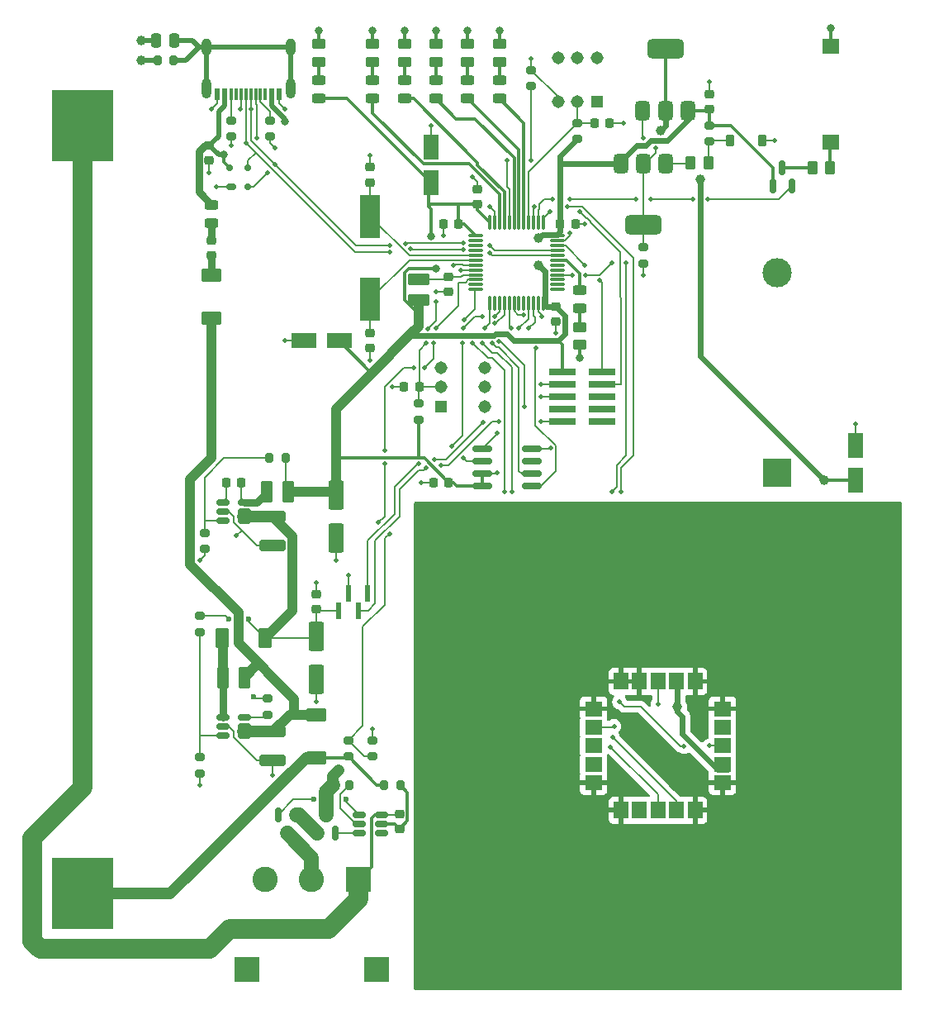
<source format=gbr>
%TF.GenerationSoftware,KiCad,Pcbnew,9.0.0*%
%TF.CreationDate,2025-04-07T01:58:01+02:00*%
%TF.ProjectId,Mastersthesis,4d617374-6572-4737-9468-657369732e6b,0*%
%TF.SameCoordinates,Original*%
%TF.FileFunction,Copper,L1,Top*%
%TF.FilePolarity,Positive*%
%FSLAX46Y46*%
G04 Gerber Fmt 4.6, Leading zero omitted, Abs format (unit mm)*
G04 Created by KiCad (PCBNEW 9.0.0) date 2025-04-07 01:58:01*
%MOMM*%
%LPD*%
G01*
G04 APERTURE LIST*
G04 Aperture macros list*
%AMRoundRect*
0 Rectangle with rounded corners*
0 $1 Rounding radius*
0 $2 $3 $4 $5 $6 $7 $8 $9 X,Y pos of 4 corners*
0 Add a 4 corners polygon primitive as box body*
4,1,4,$2,$3,$4,$5,$6,$7,$8,$9,$2,$3,0*
0 Add four circle primitives for the rounded corners*
1,1,$1+$1,$2,$3*
1,1,$1+$1,$4,$5*
1,1,$1+$1,$6,$7*
1,1,$1+$1,$8,$9*
0 Add four rect primitives between the rounded corners*
20,1,$1+$1,$2,$3,$4,$5,0*
20,1,$1+$1,$4,$5,$6,$7,0*
20,1,$1+$1,$6,$7,$8,$9,0*
20,1,$1+$1,$8,$9,$2,$3,0*%
G04 Aperture macros list end*
%TA.AperFunction,SMDPad,CuDef*%
%ADD10RoundRect,0.250000X-0.450000X0.262500X-0.450000X-0.262500X0.450000X-0.262500X0.450000X0.262500X0*%
%TD*%
%TA.AperFunction,ComponentPad*%
%ADD11R,1.308000X1.308000*%
%TD*%
%TA.AperFunction,ComponentPad*%
%ADD12C,1.308000*%
%TD*%
%TA.AperFunction,SMDPad,CuDef*%
%ADD13RoundRect,0.150000X-0.150000X0.587500X-0.150000X-0.587500X0.150000X-0.587500X0.150000X0.587500X0*%
%TD*%
%TA.AperFunction,SMDPad,CuDef*%
%ADD14RoundRect,0.225000X0.225000X0.250000X-0.225000X0.250000X-0.225000X-0.250000X0.225000X-0.250000X0*%
%TD*%
%TA.AperFunction,SMDPad,CuDef*%
%ADD15RoundRect,0.250000X0.550000X-1.050000X0.550000X1.050000X-0.550000X1.050000X-0.550000X-1.050000X0*%
%TD*%
%TA.AperFunction,SMDPad,CuDef*%
%ADD16RoundRect,0.250000X-0.375000X-0.850000X0.375000X-0.850000X0.375000X0.850000X-0.375000X0.850000X0*%
%TD*%
%TA.AperFunction,SMDPad,CuDef*%
%ADD17R,0.600000X1.750000*%
%TD*%
%TA.AperFunction,SMDPad,CuDef*%
%ADD18RoundRect,0.225000X-0.250000X0.225000X-0.250000X-0.225000X0.250000X-0.225000X0.250000X0.225000X0*%
%TD*%
%TA.AperFunction,SMDPad,CuDef*%
%ADD19RoundRect,0.243750X0.456250X-0.243750X0.456250X0.243750X-0.456250X0.243750X-0.456250X-0.243750X0*%
%TD*%
%TA.AperFunction,SMDPad,CuDef*%
%ADD20RoundRect,0.200000X0.200000X0.275000X-0.200000X0.275000X-0.200000X-0.275000X0.200000X-0.275000X0*%
%TD*%
%TA.AperFunction,SMDPad,CuDef*%
%ADD21RoundRect,0.200000X-0.275000X0.200000X-0.275000X-0.200000X0.275000X-0.200000X0.275000X0.200000X0*%
%TD*%
%TA.AperFunction,SMDPad,CuDef*%
%ADD22RoundRect,0.200000X0.275000X-0.200000X0.275000X0.200000X-0.275000X0.200000X-0.275000X-0.200000X0*%
%TD*%
%TA.AperFunction,SMDPad,CuDef*%
%ADD23RoundRect,0.243750X-0.456250X0.243750X-0.456250X-0.243750X0.456250X-0.243750X0.456250X0.243750X0*%
%TD*%
%TA.AperFunction,SMDPad,CuDef*%
%ADD24RoundRect,0.250000X1.050000X0.550000X-1.050000X0.550000X-1.050000X-0.550000X1.050000X-0.550000X0*%
%TD*%
%TA.AperFunction,SMDPad,CuDef*%
%ADD25RoundRect,0.250000X1.100000X-0.325000X1.100000X0.325000X-1.100000X0.325000X-1.100000X-0.325000X0*%
%TD*%
%TA.AperFunction,SMDPad,CuDef*%
%ADD26RoundRect,0.375000X-0.375000X0.625000X-0.375000X-0.625000X0.375000X-0.625000X0.375000X0.625000X0*%
%TD*%
%TA.AperFunction,SMDPad,CuDef*%
%ADD27RoundRect,0.500000X-1.400000X0.500000X-1.400000X-0.500000X1.400000X-0.500000X1.400000X0.500000X0*%
%TD*%
%TA.AperFunction,SMDPad,CuDef*%
%ADD28RoundRect,0.225000X-0.225000X-0.250000X0.225000X-0.250000X0.225000X0.250000X-0.225000X0.250000X0*%
%TD*%
%TA.AperFunction,SMDPad,CuDef*%
%ADD29RoundRect,0.250000X0.262500X0.450000X-0.262500X0.450000X-0.262500X-0.450000X0.262500X-0.450000X0*%
%TD*%
%TA.AperFunction,SMDPad,CuDef*%
%ADD30R,0.600000X1.240000*%
%TD*%
%TA.AperFunction,SMDPad,CuDef*%
%ADD31R,0.300000X1.240000*%
%TD*%
%TA.AperFunction,HeatsinkPad*%
%ADD32O,1.000000X2.100000*%
%TD*%
%TA.AperFunction,HeatsinkPad*%
%ADD33O,1.000000X1.800000*%
%TD*%
%TA.AperFunction,SMDPad,CuDef*%
%ADD34RoundRect,0.150000X0.150000X-0.587500X0.150000X0.587500X-0.150000X0.587500X-0.150000X-0.587500X0*%
%TD*%
%TA.AperFunction,SMDPad,CuDef*%
%ADD35RoundRect,0.225000X0.250000X-0.225000X0.250000X0.225000X-0.250000X0.225000X-0.250000X-0.225000X0*%
%TD*%
%TA.AperFunction,SMDPad,CuDef*%
%ADD36RoundRect,0.075000X-0.662500X-0.075000X0.662500X-0.075000X0.662500X0.075000X-0.662500X0.075000X0*%
%TD*%
%TA.AperFunction,SMDPad,CuDef*%
%ADD37RoundRect,0.075000X-0.075000X-0.662500X0.075000X-0.662500X0.075000X0.662500X-0.075000X0.662500X0*%
%TD*%
%TA.AperFunction,SMDPad,CuDef*%
%ADD38RoundRect,0.250000X0.375000X0.850000X-0.375000X0.850000X-0.375000X-0.850000X0.375000X-0.850000X0*%
%TD*%
%TA.AperFunction,SMDPad,CuDef*%
%ADD39RoundRect,0.250000X-0.262500X-0.450000X0.262500X-0.450000X0.262500X0.450000X-0.262500X0.450000X0*%
%TD*%
%TA.AperFunction,SMDPad,CuDef*%
%ADD40RoundRect,0.225000X-0.225000X-0.375000X0.225000X-0.375000X0.225000X0.375000X-0.225000X0.375000X0*%
%TD*%
%TA.AperFunction,SMDPad,CuDef*%
%ADD41RoundRect,0.250000X0.450000X-0.262500X0.450000X0.262500X-0.450000X0.262500X-0.450000X-0.262500X0*%
%TD*%
%TA.AperFunction,SMDPad,CuDef*%
%ADD42R,2.000000X4.500000*%
%TD*%
%TA.AperFunction,SMDPad,CuDef*%
%ADD43RoundRect,0.175000X0.325000X-0.175000X0.325000X0.175000X-0.325000X0.175000X-0.325000X-0.175000X0*%
%TD*%
%TA.AperFunction,SMDPad,CuDef*%
%ADD44RoundRect,0.150000X0.150000X-0.200000X0.150000X0.200000X-0.150000X0.200000X-0.150000X-0.200000X0*%
%TD*%
%TA.AperFunction,SMDPad,CuDef*%
%ADD45RoundRect,0.162500X0.825000X0.162500X-0.825000X0.162500X-0.825000X-0.162500X0.825000X-0.162500X0*%
%TD*%
%TA.AperFunction,SMDPad,CuDef*%
%ADD46R,2.790000X0.740000*%
%TD*%
%TA.AperFunction,SMDPad,CuDef*%
%ADD47RoundRect,0.218750X-0.256250X0.218750X-0.256250X-0.218750X0.256250X-0.218750X0.256250X0.218750X0*%
%TD*%
%TA.AperFunction,SMDPad,CuDef*%
%ADD48RoundRect,0.250000X-0.550000X1.250000X-0.550000X-1.250000X0.550000X-1.250000X0.550000X1.250000X0*%
%TD*%
%TA.AperFunction,SMDPad,CuDef*%
%ADD49RoundRect,0.250000X0.800000X-0.450000X0.800000X0.450000X-0.800000X0.450000X-0.800000X-0.450000X0*%
%TD*%
%TA.AperFunction,SMDPad,CuDef*%
%ADD50RoundRect,0.150000X-0.512500X-0.150000X0.512500X-0.150000X0.512500X0.150000X-0.512500X0.150000X0*%
%TD*%
%TA.AperFunction,SMDPad,CuDef*%
%ADD51R,1.500000X1.800000*%
%TD*%
%TA.AperFunction,SMDPad,CuDef*%
%ADD52R,1.800000X1.500000*%
%TD*%
%TA.AperFunction,SMDPad,CuDef*%
%ADD53R,1.700000X1.500000*%
%TD*%
%TA.AperFunction,SMDPad,CuDef*%
%ADD54RoundRect,0.200000X-0.200000X-0.275000X0.200000X-0.275000X0.200000X0.275000X-0.200000X0.275000X0*%
%TD*%
%TA.AperFunction,ComponentPad*%
%ADD55R,2.600000X2.600000*%
%TD*%
%TA.AperFunction,ComponentPad*%
%ADD56C,2.600000*%
%TD*%
%TA.AperFunction,SMDPad,CuDef*%
%ADD57RoundRect,0.250000X0.250000X0.475000X-0.250000X0.475000X-0.250000X-0.475000X0.250000X-0.475000X0*%
%TD*%
%TA.AperFunction,ComponentPad*%
%ADD58R,3.000000X3.000000*%
%TD*%
%TA.AperFunction,ComponentPad*%
%ADD59C,3.000000*%
%TD*%
%TA.AperFunction,SMDPad,CuDef*%
%ADD60RoundRect,0.250000X-0.850000X0.375000X-0.850000X-0.375000X0.850000X-0.375000X0.850000X0.375000X0*%
%TD*%
%TA.AperFunction,SMDPad,CuDef*%
%ADD61RoundRect,0.250000X0.450000X0.800000X-0.450000X0.800000X-0.450000X-0.800000X0.450000X-0.800000X0*%
%TD*%
%TA.AperFunction,SMDPad,CuDef*%
%ADD62RoundRect,0.250000X-0.800000X0.450000X-0.800000X-0.450000X0.800000X-0.450000X0.800000X0.450000X0*%
%TD*%
%TA.AperFunction,SMDPad,CuDef*%
%ADD63R,6.350000X7.340000*%
%TD*%
%TA.AperFunction,SMDPad,CuDef*%
%ADD64RoundRect,0.375000X0.375000X-0.625000X0.375000X0.625000X-0.375000X0.625000X-0.375000X-0.625000X0*%
%TD*%
%TA.AperFunction,SMDPad,CuDef*%
%ADD65RoundRect,0.500000X1.400000X-0.500000X1.400000X0.500000X-1.400000X0.500000X-1.400000X-0.500000X0*%
%TD*%
%TA.AperFunction,ViaPad*%
%ADD66C,0.500000*%
%TD*%
%TA.AperFunction,ViaPad*%
%ADD67C,0.800000*%
%TD*%
%TA.AperFunction,ViaPad*%
%ADD68C,1.000000*%
%TD*%
%TA.AperFunction,ViaPad*%
%ADD69C,0.600000*%
%TD*%
%TA.AperFunction,Conductor*%
%ADD70C,1.200000*%
%TD*%
%TA.AperFunction,Conductor*%
%ADD71C,0.300000*%
%TD*%
%TA.AperFunction,Conductor*%
%ADD72C,0.200000*%
%TD*%
%TA.AperFunction,Conductor*%
%ADD73C,1.500000*%
%TD*%
%TA.AperFunction,Conductor*%
%ADD74C,0.500000*%
%TD*%
%TA.AperFunction,Conductor*%
%ADD75C,0.800000*%
%TD*%
%TA.AperFunction,Conductor*%
%ADD76C,1.000000*%
%TD*%
%TA.AperFunction,Conductor*%
%ADD77C,0.600000*%
%TD*%
%TA.AperFunction,Conductor*%
%ADD78C,2.000000*%
%TD*%
G04 APERTURE END LIST*
D10*
%TO.P,R21,1*%
%TO.N,GND*%
X128250000Y-42587500D03*
%TO.P,R21,2*%
%TO.N,Net-(D7-K)*%
X128250000Y-44412500D03*
%TD*%
D11*
%TO.P,S1,1*%
%TO.N,unconnected-(S1-Pad1)*%
X138250000Y-48500000D03*
D12*
%TO.P,S1,2*%
%TO.N,/GPIO_In_PB4*%
X136250000Y-48500000D03*
%TO.P,S1,3*%
%TO.N,GND*%
X134250000Y-48500000D03*
%TO.P,S1,4*%
%TO.N,unconnected-(S1-Pad4)*%
X138250000Y-44000000D03*
%TO.P,S1,5*%
%TO.N,unconnected-(S1-Pad5)*%
X136250000Y-44000000D03*
%TO.P,S1,6*%
%TO.N,unconnected-(S1-Pad6)*%
X134250000Y-44000000D03*
%TD*%
D13*
%TO.P,Q1,1,D*%
%TO.N,Net-(Q1-D)*%
X107450000Y-121562500D03*
%TO.P,Q1,2,G*%
%TO.N,Net-(Q1-G)*%
X105550000Y-121562500D03*
%TO.P,Q1,3,S*%
%TO.N,Net-(Q1-S)*%
X106500000Y-123437500D03*
%TD*%
D14*
%TO.P,C23,1*%
%TO.N,GND*%
X139525000Y-50750000D03*
%TO.P,C23,2*%
%TO.N,/GPIO_In_PB4*%
X137975000Y-50750000D03*
%TD*%
D10*
%TO.P,R26,1*%
%TO.N,GND*%
X109750000Y-42587500D03*
%TO.P,R26,2*%
%TO.N,Net-(D12-K)*%
X109750000Y-44412500D03*
%TD*%
D15*
%TO.P,C19,1*%
%TO.N,Net-(Q4-C)*%
X164750000Y-87300000D03*
%TO.P,C19,2*%
%TO.N,GND*%
X164750000Y-83700000D03*
%TD*%
D16*
%TO.P,L2,1,1*%
%TO.N,Net-(U1-SW)*%
X104425000Y-88500000D03*
%TO.P,L2,2,2*%
%TO.N,+3.3V*%
X106575000Y-88500000D03*
%TD*%
D17*
%TO.P,J2,1,Pin_1*%
%TO.N,/USART3_TX*%
X114750000Y-98875000D03*
%TO.P,J2,2,Pin_2*%
%TO.N,/USART3_RX*%
X113750000Y-100625000D03*
%TO.P,J2,3,Pin_3*%
%TO.N,GND*%
X112750000Y-98875000D03*
%TO.P,J2,4,Pin_4*%
%TO.N,+12V*%
X111750000Y-100625000D03*
%TD*%
D18*
%TO.P,C9,1*%
%TO.N,-BATT*%
X118000000Y-121475000D03*
%TO.P,C9,2*%
%TO.N,Net-(U3-VDD)*%
X118000000Y-123025000D03*
%TD*%
D19*
%TO.P,D6,1,K*%
%TO.N,Net-(D6-K)*%
X136500000Y-69687500D03*
%TO.P,D6,2,A*%
%TO.N,/GPIO_Out_PA10*%
X136500000Y-67812500D03*
%TD*%
D20*
%TO.P,R10,1*%
%TO.N,Net-(U3-CS)*%
X112825000Y-118500000D03*
%TO.P,R10,2*%
%TO.N,GND*%
X111175000Y-118500000D03*
%TD*%
D21*
%TO.P,R18,1*%
%TO.N,/GPIO_In_PB4*%
X136250000Y-50675000D03*
%TO.P,R18,2*%
%TO.N,+3.3V*%
X136250000Y-52325000D03*
%TD*%
D22*
%TO.P,R13,1*%
%TO.N,Net-(D4-K)*%
X149750000Y-52575000D03*
%TO.P,R13,2*%
%TO.N,+3.3V*%
X149750000Y-50925000D03*
%TD*%
D23*
%TO.P,D10,1,K*%
%TO.N,Net-(D10-K)*%
X118500000Y-46312500D03*
%TO.P,D10,2,A*%
%TO.N,/GPIO_Out_PB8*%
X118500000Y-48187500D03*
%TD*%
D10*
%TO.P,R23,1*%
%TO.N,GND*%
X121750000Y-42587500D03*
%TO.P,R23,2*%
%TO.N,Net-(D9-K)*%
X121750000Y-44412500D03*
%TD*%
D23*
%TO.P,D9,1,K*%
%TO.N,Net-(D9-K)*%
X121750000Y-46312500D03*
%TO.P,D9,2,A*%
%TO.N,/GPIO_Out_PB7*%
X121750000Y-48187500D03*
%TD*%
D24*
%TO.P,C8,1*%
%TO.N,+3.3V*%
X111800000Y-73000000D03*
%TO.P,C8,2*%
%TO.N,GND*%
X108200000Y-73000000D03*
%TD*%
D25*
%TO.P,C5,1*%
%TO.N,GND*%
X105000000Y-115975000D03*
%TO.P,C5,2*%
%TO.N,Net-(D1-K)*%
X105000000Y-113025000D03*
%TD*%
D14*
%TO.P,C16,1*%
%TO.N,GND*%
X136025000Y-61000000D03*
%TO.P,C16,2*%
%TO.N,+3.3V*%
X134475000Y-61000000D03*
%TD*%
D26*
%TO.P,Q5,1,B*%
%TO.N,Net-(Q5-B)*%
X145300000Y-54850000D03*
%TO.P,Q5,2,C*%
%TO.N,Net-(Q4-B)*%
X143000000Y-54850000D03*
D27*
X143000000Y-61150000D03*
D26*
%TO.P,Q5,3,E*%
%TO.N,+3.3V*%
X140700000Y-54850000D03*
%TD*%
D28*
%TO.P,C2,1*%
%TO.N,GND*%
X121475000Y-87500000D03*
%TO.P,C2,2*%
%TO.N,+3.3V*%
X123025000Y-87500000D03*
%TD*%
D29*
%TO.P,R14,1*%
%TO.N,Net-(D4-K)*%
X149662500Y-54750000D03*
%TO.P,R14,2*%
%TO.N,Net-(Q5-B)*%
X147837500Y-54750000D03*
%TD*%
D10*
%TO.P,R24,1*%
%TO.N,GND*%
X118500000Y-42587500D03*
%TO.P,R24,2*%
%TO.N,Net-(D10-K)*%
X118500000Y-44412500D03*
%TD*%
D22*
%TO.P,R9,1*%
%TO.N,Net-(U4-PA0)*%
X115250000Y-115575000D03*
%TO.P,R9,2*%
%TO.N,GND*%
X115250000Y-113925000D03*
%TD*%
%TO.P,R8,1*%
%TO.N,+BATT*%
X112740000Y-115575000D03*
%TO.P,R8,2*%
%TO.N,Net-(U4-PA0)*%
X112740000Y-113925000D03*
%TD*%
D23*
%TO.P,D12,1,K*%
%TO.N,Net-(D12-K)*%
X109750000Y-46312500D03*
%TO.P,D12,2,A*%
%TO.N,+3.3V*%
X109750000Y-48187500D03*
%TD*%
D21*
%TO.P,R5,1*%
%TO.N,GND*%
X104500000Y-109675000D03*
%TO.P,R5,2*%
%TO.N,Net-(U2-OC)*%
X104500000Y-111325000D03*
%TD*%
D30*
%TO.P,J3,A1,GND*%
%TO.N,GND*%
X105700000Y-47725000D03*
%TO.P,J3,A4,VBUS*%
%TO.N,Net-(C21-Pad2)*%
X104900000Y-47725000D03*
D31*
%TO.P,J3,A5,CC1*%
%TO.N,Net-(J3-CC1)*%
X103750000Y-47725000D03*
%TO.P,J3,A6,D+*%
%TO.N,/USB_DP*%
X102750000Y-47725000D03*
%TO.P,J3,A7,D-*%
%TO.N,/USB_DM*%
X102250000Y-47725000D03*
%TO.P,J3,A8,SBU1*%
%TO.N,unconnected-(J3-SBU1-PadA8)*%
X101250000Y-47725000D03*
D30*
%TO.P,J3,A9,VBUS*%
%TO.N,Net-(C21-Pad2)*%
X100100000Y-47725000D03*
%TO.P,J3,A12,GND*%
%TO.N,GND*%
X99300000Y-47725000D03*
%TO.P,J3,B1,GND*%
X99300000Y-47725000D03*
%TO.P,J3,B4,VBUS*%
%TO.N,Net-(C21-Pad2)*%
X100100000Y-47725000D03*
D31*
%TO.P,J3,B5,CC2*%
%TO.N,Net-(J3-CC2)*%
X100750000Y-47725000D03*
%TO.P,J3,B6,D+*%
%TO.N,/USB_DP*%
X101750000Y-47725000D03*
%TO.P,J3,B7,D-*%
%TO.N,/USB_DM*%
X103250000Y-47725000D03*
%TO.P,J3,B8,SBU2*%
%TO.N,unconnected-(J3-SBU2-PadB8)*%
X104250000Y-47725000D03*
D30*
%TO.P,J3,B9,VBUS*%
%TO.N,Net-(C21-Pad2)*%
X104900000Y-47725000D03*
%TO.P,J3,B12,GND*%
%TO.N,GND*%
X105700000Y-47725000D03*
D32*
%TO.P,J3,S1,SHIELD*%
%TO.N,Net-(J3-SHIELD)*%
X106820000Y-47125000D03*
D33*
X106820000Y-42925000D03*
D32*
X98180000Y-47125000D03*
D33*
X98180000Y-42925000D03*
%TD*%
D34*
%TO.P,Q3,1,D*%
%TO.N,+3.3V*%
X156300000Y-57187500D03*
%TO.P,Q3,2,G*%
%TO.N,/GPIO_Out_PA15*%
X158200000Y-57187500D03*
%TO.P,Q3,3,S*%
%TO.N,Net-(Q3-S)*%
X157250000Y-55312500D03*
%TD*%
D35*
%TO.P,C21,1*%
%TO.N,GND*%
X98500000Y-54525000D03*
%TO.P,C21,2*%
%TO.N,Net-(C21-Pad2)*%
X98500000Y-52975000D03*
%TD*%
D14*
%TO.P,C1,1*%
%TO.N,Net-(U1-SW)*%
X101775000Y-87500000D03*
%TO.P,C1,2*%
%TO.N,Net-(U1-BS)*%
X100225000Y-87500000D03*
%TD*%
D11*
%TO.P,S2,1*%
%TO.N,unconnected-(S2-Pad1)*%
X122250000Y-79750000D03*
D12*
%TO.P,S2,2*%
%TO.N,/RESET*%
X122250000Y-77750000D03*
%TO.P,S2,3*%
%TO.N,GND*%
X122250000Y-75750000D03*
%TO.P,S2,4*%
%TO.N,unconnected-(S2-Pad4)*%
X126750000Y-79750000D03*
%TO.P,S2,5*%
%TO.N,unconnected-(S2-Pad5)*%
X126750000Y-77750000D03*
%TO.P,S2,6*%
%TO.N,unconnected-(S2-Pad6)*%
X126750000Y-75750000D03*
%TD*%
D21*
%TO.P,R17,1*%
%TO.N,Net-(J3-CC2)*%
X100750000Y-50425000D03*
%TO.P,R17,2*%
%TO.N,GND*%
X100750000Y-52075000D03*
%TD*%
D28*
%TO.P,C15,1*%
%TO.N,GND*%
X122475000Y-61000000D03*
%TO.P,C15,2*%
%TO.N,+3.3V*%
X124025000Y-61000000D03*
%TD*%
D21*
%TO.P,R11,1*%
%TO.N,GND*%
X131500000Y-45250000D03*
%TO.P,R11,2*%
%TO.N,Net-(U4-BOOT0)*%
X131500000Y-46900000D03*
%TD*%
D36*
%TO.P,U4,1,VDD*%
%TO.N,+3.3V*%
X125837500Y-62250000D03*
%TO.P,U4,2,PC13*%
%TO.N,unconnected-(U4-PC13-Pad2)*%
X125837500Y-62750000D03*
%TO.P,U4,3,PC14*%
%TO.N,unconnected-(U4-PC14-Pad3)*%
X125837500Y-63250000D03*
%TO.P,U4,4,PC15*%
%TO.N,unconnected-(U4-PC15-Pad4)*%
X125837500Y-63750000D03*
%TO.P,U4,5,PF0*%
%TO.N,Net-(U4-PF0)*%
X125837500Y-64250000D03*
%TO.P,U4,6,PF1*%
%TO.N,Net-(U4-PF1)*%
X125837500Y-64750000D03*
%TO.P,U4,7,NRST*%
%TO.N,/RESET*%
X125837500Y-65250000D03*
%TO.P,U4,8,VSSA*%
%TO.N,GND*%
X125837500Y-65750000D03*
%TO.P,U4,9,VDDA*%
%TO.N,Net-(U4-VDDA)*%
X125837500Y-66250000D03*
%TO.P,U4,10,PA0*%
%TO.N,Net-(U4-PA0)*%
X125837500Y-66750000D03*
%TO.P,U4,11,PA1*%
%TO.N,unconnected-(U4-PA1-Pad11)*%
X125837500Y-67250000D03*
%TO.P,U4,12,PA2*%
%TO.N,/USART2_TX*%
X125837500Y-67750000D03*
D37*
%TO.P,U4,13,PA3*%
%TO.N,/USART2_RX*%
X127250000Y-69162500D03*
%TO.P,U4,14,PA4*%
%TO.N,unconnected-(U4-PA4-Pad14)*%
X127750000Y-69162500D03*
%TO.P,U4,15,PA5*%
%TO.N,/SPI_SCK*%
X128250000Y-69162500D03*
%TO.P,U4,16,PA6*%
%TO.N,/SPI_MISO*%
X128750000Y-69162500D03*
%TO.P,U4,17,PA7*%
%TO.N,/SOI_MOSI*%
X129250000Y-69162500D03*
%TO.P,U4,18,PB0*%
%TO.N,/GPIO_Out_PB0*%
X129750000Y-69162500D03*
%TO.P,U4,19,PB1*%
%TO.N,unconnected-(U4-PB1-Pad19)*%
X130250000Y-69162500D03*
%TO.P,U4,20,PB2*%
%TO.N,unconnected-(U4-PB2-Pad20)*%
X130750000Y-69162500D03*
%TO.P,U4,21,PB10*%
%TO.N,/USART3_TX*%
X131250000Y-69162500D03*
%TO.P,U4,22,PB11*%
%TO.N,/USART3_RX*%
X131750000Y-69162500D03*
%TO.P,U4,23,VSS*%
%TO.N,GND*%
X132250000Y-69162500D03*
%TO.P,U4,24,VDD*%
%TO.N,+3.3V*%
X132750000Y-69162500D03*
D36*
%TO.P,U4,25,PB12*%
%TO.N,unconnected-(U4-PB12-Pad25)*%
X134162500Y-67750000D03*
%TO.P,U4,26,PB13*%
%TO.N,unconnected-(U4-PB13-Pad26)*%
X134162500Y-67250000D03*
%TO.P,U4,27,PB14*%
%TO.N,unconnected-(U4-PB14-Pad27)*%
X134162500Y-66750000D03*
%TO.P,U4,28,PB15*%
%TO.N,/RTC_REFIN*%
X134162500Y-66250000D03*
%TO.P,U4,29,PA8*%
%TO.N,unconnected-(U4-PA8-Pad29)*%
X134162500Y-65750000D03*
%TO.P,U4,30,PA9*%
%TO.N,unconnected-(U4-PA9-Pad30)*%
X134162500Y-65250000D03*
%TO.P,U4,31,PA10*%
%TO.N,/GPIO_Out_PA10*%
X134162500Y-64750000D03*
%TO.P,U4,32,PA11*%
%TO.N,/USB_DM*%
X134162500Y-64250000D03*
%TO.P,U4,33,PA12*%
%TO.N,/USB_DP*%
X134162500Y-63750000D03*
%TO.P,U4,34,PA13*%
%TO.N,/SYS_SWDIO*%
X134162500Y-63250000D03*
%TO.P,U4,35,VSS*%
%TO.N,GND*%
X134162500Y-62750000D03*
%TO.P,U4,36,VDD*%
%TO.N,+3.3V*%
X134162500Y-62250000D03*
D37*
%TO.P,U4,37,PA14*%
%TO.N,/SYS_SWCLK*%
X132750000Y-60837500D03*
%TO.P,U4,38,PA15*%
%TO.N,/GPIO_Out_PA15*%
X132250000Y-60837500D03*
%TO.P,U4,39,PB3*%
%TO.N,/GPIO_Out_PB3*%
X131750000Y-60837500D03*
%TO.P,U4,40,PB4*%
%TO.N,/GPIO_In_PB4*%
X131250000Y-60837500D03*
%TO.P,U4,41,PB5*%
%TO.N,/GPIO_Out_PB5*%
X130750000Y-60837500D03*
%TO.P,U4,42,PB6*%
%TO.N,/GPIO_Out_PB6*%
X130250000Y-60837500D03*
%TO.P,U4,43,PB7*%
%TO.N,/GPIO_Out_PB7*%
X129750000Y-60837500D03*
%TO.P,U4,44,BOOT0*%
%TO.N,Net-(U4-BOOT0)*%
X129250000Y-60837500D03*
%TO.P,U4,45,PB8*%
%TO.N,/GPIO_Out_PB8*%
X128750000Y-60837500D03*
%TO.P,U4,46,PB9*%
%TO.N,/GPIO_Out_PB9*%
X128250000Y-60837500D03*
%TO.P,U4,47,VSS*%
%TO.N,GND*%
X127750000Y-60837500D03*
%TO.P,U4,48,VDD*%
%TO.N,+3.3V*%
X127250000Y-60837500D03*
%TD*%
D38*
%TO.P,L1,1,1*%
%TO.N,Net-(D1-K)*%
X102075000Y-107500000D03*
%TO.P,L1,2,2*%
%TO.N,Net-(D2-A)*%
X99925000Y-107500000D03*
%TD*%
D10*
%TO.P,R25,1*%
%TO.N,GND*%
X115250000Y-42587500D03*
%TO.P,R25,2*%
%TO.N,Net-(D11-K)*%
X115250000Y-44412500D03*
%TD*%
D23*
%TO.P,D7,1,K*%
%TO.N,Net-(D7-K)*%
X128250000Y-46312500D03*
%TO.P,D7,2,A*%
%TO.N,/GPIO_Out_PB5*%
X128250000Y-48187500D03*
%TD*%
D35*
%TO.P,C14,1*%
%TO.N,GND*%
X115000000Y-73775000D03*
%TO.P,C14,2*%
%TO.N,Net-(U4-PF1)*%
X115000000Y-72225000D03*
%TD*%
D39*
%TO.P,R12,1*%
%TO.N,Net-(Q3-S)*%
X160337500Y-55250000D03*
%TO.P,R12,2*%
%TO.N,Net-(BZ1-+)*%
X162162500Y-55250000D03*
%TD*%
D40*
%TO.P,D4,1,K*%
%TO.N,Net-(D4-K)*%
X151850000Y-52500000D03*
%TO.P,D4,2,A*%
%TO.N,GND*%
X155150000Y-52500000D03*
%TD*%
D34*
%TO.P,Q2,1,D*%
%TO.N,Net-(Q1-D)*%
X109550000Y-123437500D03*
%TO.P,Q2,2,G*%
%TO.N,Net-(Q2-G)*%
X111450000Y-123437500D03*
%TO.P,Q2,3,S*%
%TO.N,GND*%
X110500000Y-121562500D03*
%TD*%
D15*
%TO.P,C12,1*%
%TO.N,+3.3V*%
X121250000Y-56800000D03*
%TO.P,C12,2*%
%TO.N,GND*%
X121250000Y-53200000D03*
%TD*%
D21*
%TO.P,R4,1*%
%TO.N,Net-(U1-FB)*%
X98000000Y-92675000D03*
%TO.P,R4,2*%
%TO.N,GND*%
X98000000Y-94325000D03*
%TD*%
D18*
%TO.P,C11,1*%
%TO.N,GND*%
X115000000Y-55225000D03*
%TO.P,C11,2*%
%TO.N,Net-(U4-PF0)*%
X115000000Y-56775000D03*
%TD*%
D41*
%TO.P,R20,1*%
%TO.N,GND*%
X136500000Y-73412500D03*
%TO.P,R20,2*%
%TO.N,Net-(D6-K)*%
X136500000Y-71587500D03*
%TD*%
D42*
%TO.P,Y1,1,1*%
%TO.N,Net-(U4-PF1)*%
X115000000Y-68750000D03*
%TO.P,Y1,2,2*%
%TO.N,Net-(U4-PF0)*%
X115000000Y-60250000D03*
%TD*%
D43*
%TO.P,D5,1,A*%
%TO.N,GND*%
X100750000Y-57250000D03*
D44*
%TO.P,D5,2,K*%
%TO.N,/USB_DP*%
X102450000Y-57250000D03*
%TO.P,D5,3,K*%
%TO.N,/USB_DM*%
X102450000Y-55250000D03*
%TO.P,D5,4,K*%
%TO.N,Net-(C21-Pad2)*%
X100550000Y-55250000D03*
%TD*%
D45*
%TO.P,M1,1,CS#*%
%TO.N,/GPIO_Out_PB0*%
X131537500Y-87905000D03*
%TO.P,M1,2,SO(IO1)*%
%TO.N,/SPI_MISO*%
X131537500Y-86635000D03*
%TO.P,M1,3,WP#(IO2)*%
%TO.N,+3.3V*%
X131537500Y-85365000D03*
%TO.P,M1,4,VSS*%
%TO.N,GND*%
X131537500Y-84095000D03*
%TO.P,M1,5,SI(IO0)*%
%TO.N,/SOI_MOSI*%
X126462500Y-84095000D03*
%TO.P,M1,6,SCLK*%
%TO.N,/SPI_SCK*%
X126462500Y-85365000D03*
%TO.P,M1,7,HOLD#(IO3)*%
%TO.N,+3.3V*%
X126462500Y-86635000D03*
%TO.P,M1,8,VCC*%
X126462500Y-87905000D03*
%TD*%
D21*
%TO.P,R16,1*%
%TO.N,Net-(J3-CC1)*%
X104750000Y-50425000D03*
%TO.P,R16,2*%
%TO.N,GND*%
X104750000Y-52075000D03*
%TD*%
D18*
%TO.P,C18,1*%
%TO.N,GND*%
X126000000Y-57475000D03*
%TO.P,C18,2*%
%TO.N,+3.3V*%
X126000000Y-59025000D03*
%TD*%
D46*
%TO.P,J1,1,VDD*%
%TO.N,+3.3V*%
X134715000Y-76210000D03*
%TO.P,J1,2,SWDIO*%
%TO.N,/SYS_SWDIO*%
X138785000Y-76210000D03*
%TO.P,J1,3,GND*%
%TO.N,GND*%
X134715000Y-77480000D03*
%TO.P,J1,4,SWDCLK*%
%TO.N,/SYS_SWCLK*%
X138785000Y-77480000D03*
%TO.P,J1,5,GND@1*%
%TO.N,GND*%
X134715000Y-78750000D03*
%TO.P,J1,6,SWO*%
%TO.N,unconnected-(J1-SWO-Pad6)*%
X138785000Y-78750000D03*
%TO.P,J1,7,KEY*%
%TO.N,unconnected-(J1-KEY-Pad7)*%
X134715000Y-80020000D03*
%TO.P,J1,8,NC*%
%TO.N,unconnected-(J1-NC-Pad8)*%
X138785000Y-80020000D03*
%TO.P,J1,9,GND_DETECT*%
%TO.N,GND*%
X134715000Y-81290000D03*
%TO.P,J1,10,RESET*%
%TO.N,unconnected-(J1-RESET-Pad10)*%
X138785000Y-81290000D03*
%TD*%
D23*
%TO.P,F1,1*%
%TO.N,Net-(C21-Pad2)*%
X98750000Y-59062500D03*
%TO.P,F1,2*%
%TO.N,+5V*%
X98750000Y-60937500D03*
%TD*%
D47*
%TO.P,FB1,1*%
%TO.N,+5V*%
X98750000Y-62712500D03*
%TO.P,FB1,2*%
%TO.N,Net-(D1-A)*%
X98750000Y-64287500D03*
%TD*%
D23*
%TO.P,D8,1,K*%
%TO.N,Net-(D8-K)*%
X125000000Y-46312500D03*
%TO.P,D8,2,A*%
%TO.N,/GPIO_Out_PB6*%
X125000000Y-48187500D03*
%TD*%
D21*
%TO.P,R1,1*%
%TO.N,/RESET*%
X120000000Y-79425000D03*
%TO.P,R1,2*%
%TO.N,+3.3V*%
X120000000Y-81075000D03*
%TD*%
D48*
%TO.P,C4,1*%
%TO.N,+3.3V*%
X111500000Y-88800000D03*
%TO.P,C4,2*%
%TO.N,GND*%
X111500000Y-93200000D03*
%TD*%
D18*
%TO.P,C20,1*%
%TO.N,GND*%
X149750000Y-47725000D03*
%TO.P,C20,2*%
%TO.N,+3.3V*%
X149750000Y-49275000D03*
%TD*%
D22*
%TO.P,R15,1*%
%TO.N,GND*%
X143000000Y-65075000D03*
%TO.P,R15,2*%
%TO.N,Net-(Q4-B)*%
X143000000Y-63425000D03*
%TD*%
D18*
%TO.P,C13,1*%
%TO.N,GND*%
X109500000Y-98975000D03*
%TO.P,C13,2*%
%TO.N,+12V*%
X109500000Y-100525000D03*
%TD*%
D49*
%TO.P,D1,1,K*%
%TO.N,Net-(D1-K)*%
X98750000Y-70700000D03*
%TO.P,D1,2,A*%
%TO.N,Net-(D1-A)*%
X98750000Y-66300000D03*
%TD*%
D50*
%TO.P,U3,1,OD*%
%TO.N,Net-(Q1-G)*%
X113862500Y-121550000D03*
%TO.P,U3,2,CS*%
%TO.N,Net-(U3-CS)*%
X113862500Y-122500000D03*
%TO.P,U3,3,OC*%
%TO.N,Net-(Q2-G)*%
X113862500Y-123450000D03*
%TO.P,U3,4,NC*%
%TO.N,unconnected-(U3-NC-Pad4)*%
X116137500Y-123450000D03*
%TO.P,U3,5,VDD*%
%TO.N,Net-(U3-VDD)*%
X116137500Y-122500000D03*
%TO.P,U3,6,VSS*%
%TO.N,-BATT*%
X116137500Y-121550000D03*
%TD*%
D22*
%TO.P,R6,1*%
%TO.N,GND*%
X97500000Y-117325000D03*
%TO.P,R6,2*%
%TO.N,Net-(U2-FB)*%
X97500000Y-115675000D03*
%TD*%
D51*
%TO.P,U5,1,GND*%
%TO.N,GND*%
X148300000Y-107900000D03*
%TO.P,U5,2,V_IO*%
%TO.N,Net-(Q4-C)*%
X146400000Y-107900000D03*
%TO.P,U5,3,V_BCKP*%
%TO.N,Net-(BT2-+)*%
X144500000Y-107900000D03*
%TO.P,U5,4,GND*%
%TO.N,GND*%
X142600000Y-107900000D03*
%TO.P,U5,5,GND*%
X140700000Y-107900000D03*
D52*
%TO.P,U5,6,GND*%
X137900000Y-110700000D03*
%TO.P,U5,7,TIMEPULSE*%
%TO.N,/RTC_REFIN*%
X137900000Y-112600000D03*
%TO.P,U5,8,~{SAFEBOOT}*%
%TO.N,unconnected-(U5-~{SAFEBOOT}-Pad8)*%
X137900000Y-114500000D03*
%TO.P,U5,9,SDA*%
%TO.N,unconnected-(U5-SDA-Pad9)*%
X137900000Y-116400000D03*
%TO.P,U5,10,GND*%
%TO.N,GND*%
X137900000Y-118300000D03*
D51*
%TO.P,U5,11,GND*%
X140700000Y-121100000D03*
%TO.P,U5,12,SCL*%
%TO.N,unconnected-(U5-SCL-Pad12)*%
X142600000Y-121100000D03*
%TO.P,U5,13,TXD*%
%TO.N,/USART2_TX*%
X144500000Y-121100000D03*
%TO.P,U5,14,RXD*%
%TO.N,/USART2_RX*%
X146400000Y-121100000D03*
%TO.P,U5,15,GND*%
%TO.N,GND*%
X148300000Y-121100000D03*
D52*
%TO.P,U5,16,GND*%
X151100000Y-118300000D03*
%TO.P,U5,17,VCC*%
%TO.N,Net-(Q4-C)*%
X151100000Y-116400000D03*
%TO.P,U5,18,~{RESET}*%
%TO.N,/GPIO_Out_PB3*%
X151100000Y-114500000D03*
%TO.P,U5,19,EXTINT*%
%TO.N,unconnected-(U5-EXTINT-Pad19)*%
X151100000Y-112600000D03*
%TO.P,U5,20,GND*%
%TO.N,GND*%
X151100000Y-110700000D03*
%TD*%
D50*
%TO.P,U2,1,SW*%
%TO.N,Net-(D2-A)*%
X99862500Y-111550000D03*
%TO.P,U2,2,GND*%
%TO.N,GND*%
X99862500Y-112500000D03*
%TO.P,U2,3,FB*%
%TO.N,Net-(U2-FB)*%
X99862500Y-113450000D03*
%TO.P,U2,4,EN*%
%TO.N,Net-(D1-K)*%
X102137500Y-113450000D03*
%TO.P,U2,5,VIN*%
X102137500Y-112500000D03*
%TO.P,U2,6,OC*%
%TO.N,Net-(U2-OC)*%
X102137500Y-111550000D03*
%TD*%
D35*
%TO.P,C10,1*%
%TO.N,GND*%
X123000000Y-68025000D03*
%TO.P,C10,2*%
%TO.N,Net-(U4-VDDA)*%
X123000000Y-66475000D03*
%TD*%
D10*
%TO.P,R22,1*%
%TO.N,GND*%
X125000000Y-42587500D03*
%TO.P,R22,2*%
%TO.N,Net-(D8-K)*%
X125000000Y-44412500D03*
%TD*%
D50*
%TO.P,U1,1,BS*%
%TO.N,Net-(U1-BS)*%
X99862500Y-89550000D03*
%TO.P,U1,2,GND*%
%TO.N,GND*%
X99862500Y-90500000D03*
%TO.P,U1,3,FB*%
%TO.N,Net-(U1-FB)*%
X99862500Y-91450000D03*
%TO.P,U1,4,EN*%
%TO.N,+12V*%
X102137500Y-91450000D03*
%TO.P,U1,5,VIN*%
X102137500Y-90500000D03*
%TO.P,U1,6,SW*%
%TO.N,Net-(U1-SW)*%
X102137500Y-89550000D03*
%TD*%
D25*
%TO.P,C3,1*%
%TO.N,GND*%
X105000000Y-93975000D03*
%TO.P,C3,2*%
%TO.N,+12V*%
X105000000Y-91025000D03*
%TD*%
D28*
%TO.P,C7,1*%
%TO.N,GND*%
X118475000Y-77750000D03*
%TO.P,C7,2*%
%TO.N,/RESET*%
X120025000Y-77750000D03*
%TD*%
D35*
%TO.P,C17,1*%
%TO.N,GND*%
X134000000Y-71025000D03*
%TO.P,C17,2*%
%TO.N,+3.3V*%
X134000000Y-69475000D03*
%TD*%
D48*
%TO.P,C6,1*%
%TO.N,+12V*%
X109500000Y-103300000D03*
%TO.P,C6,2*%
%TO.N,GND*%
X109500000Y-107700000D03*
%TD*%
D53*
%TO.P,BZ1,1,+*%
%TO.N,Net-(BZ1-+)*%
X162250000Y-52700000D03*
%TO.P,BZ1,2,-*%
%TO.N,GND*%
X162250000Y-42800000D03*
%TD*%
D54*
%TO.P,R2,1*%
%TO.N,Net-(U1-FB)*%
X104675000Y-85000000D03*
%TO.P,R2,2*%
%TO.N,+3.3V*%
X106325000Y-85000000D03*
%TD*%
D55*
%TO.P,SW3,1,B*%
%TO.N,-BATT*%
X113800000Y-128200000D03*
D56*
%TO.P,SW3,2,C*%
%TO.N,Net-(Q1-S)*%
X109000000Y-128200000D03*
%TO.P,SW3,3,A*%
%TO.N,unconnected-(SW3-A-Pad3)*%
X104200000Y-128200000D03*
D55*
%TO.P,SW3,4*%
%TO.N,N/C*%
X115650000Y-137400000D03*
%TO.P,SW3,5*%
X102350000Y-137400000D03*
%TD*%
D54*
%TO.P,R7,1*%
%TO.N,+BATT*%
X116425000Y-118500000D03*
%TO.P,R7,2*%
%TO.N,Net-(U3-VDD)*%
X118075000Y-118500000D03*
%TD*%
D57*
%TO.P,C22,1*%
%TO.N,Net-(J3-SHIELD)*%
X94950000Y-42250000D03*
%TO.P,C22,2*%
%TO.N,GND*%
X93050000Y-42250000D03*
%TD*%
D20*
%TO.P,R19,1*%
%TO.N,Net-(J3-SHIELD)*%
X94825000Y-44250000D03*
%TO.P,R19,2*%
%TO.N,GND*%
X93175000Y-44250000D03*
%TD*%
D58*
%TO.P,BT2,1,+*%
%TO.N,Net-(BT2-+)*%
X156749999Y-86500001D03*
D59*
%TO.P,BT2,2,-*%
%TO.N,GND*%
X156749999Y-66010001D03*
%TD*%
D60*
%TO.P,L3,1,1*%
%TO.N,Net-(U4-VDDA)*%
X120000000Y-66675000D03*
%TO.P,L3,2,2*%
%TO.N,+3.3V*%
X120000000Y-68825000D03*
%TD*%
D61*
%TO.P,D2,1,K*%
%TO.N,+12V*%
X104200000Y-103500000D03*
%TO.P,D2,2,A*%
%TO.N,Net-(D2-A)*%
X99800000Y-103500000D03*
%TD*%
D62*
%TO.P,D3,1,K*%
%TO.N,Net-(D1-K)*%
X109500000Y-111300000D03*
%TO.P,D3,2,A*%
%TO.N,+BATT*%
X109500000Y-115700000D03*
%TD*%
D63*
%TO.P,BT1,1,+*%
%TO.N,+BATT*%
X85500000Y-129660000D03*
%TO.P,BT1,2,-*%
%TO.N,-BATT*%
X85500000Y-51000000D03*
%TD*%
D22*
%TO.P,R3,1*%
%TO.N,Net-(U2-FB)*%
X97500000Y-102825000D03*
%TO.P,R3,2*%
%TO.N,+12V*%
X97500000Y-101175000D03*
%TD*%
D23*
%TO.P,D11,1,K*%
%TO.N,Net-(D11-K)*%
X115250000Y-46312500D03*
%TO.P,D11,2,A*%
%TO.N,/GPIO_Out_PB9*%
X115250000Y-48187500D03*
%TD*%
D64*
%TO.P,Q4,1,B*%
%TO.N,Net-(Q4-B)*%
X142950000Y-49400000D03*
%TO.P,Q4,2,C*%
%TO.N,Net-(Q4-C)*%
X145250000Y-49400000D03*
D65*
X145250000Y-43100000D03*
D64*
%TO.P,Q4,3,E*%
%TO.N,+3.3V*%
X147550000Y-49400000D03*
%TD*%
D66*
%TO.N,GND*%
X160100000Y-124770000D03*
X155020000Y-122230000D03*
X162640000Y-127310000D03*
X132160000Y-134930000D03*
X167720000Y-129850000D03*
X133500000Y-84000000D03*
X132500000Y-77500000D03*
X149940000Y-99370000D03*
X127080000Y-119690000D03*
X147400000Y-127310000D03*
X124540000Y-94290000D03*
X157560000Y-112070000D03*
X162640000Y-94290000D03*
X160100000Y-117150000D03*
X132160000Y-129850000D03*
X132160000Y-94290000D03*
D67*
X136500000Y-74750000D03*
D66*
X127080000Y-117150000D03*
X157560000Y-129850000D03*
X127080000Y-94290000D03*
X129620000Y-122230000D03*
X112750000Y-97000000D03*
X127250000Y-59250000D03*
X127080000Y-127310000D03*
X160100000Y-99370000D03*
X164750000Y-81500000D03*
X137240000Y-129850000D03*
D67*
X109750000Y-41250000D03*
D66*
X162640000Y-114610000D03*
X157560000Y-94290000D03*
X165180000Y-96830000D03*
X165180000Y-101910000D03*
X139780000Y-124770000D03*
X160100000Y-112070000D03*
X134700000Y-114610000D03*
X152480000Y-91750000D03*
X157560000Y-127310000D03*
D68*
X91500000Y-44250000D03*
D66*
X127080000Y-99370000D03*
X137240000Y-104450000D03*
X127080000Y-104450000D03*
X152480000Y-129850000D03*
X124540000Y-96830000D03*
X162640000Y-129850000D03*
X142320000Y-91750000D03*
X127080000Y-132390000D03*
X167720000Y-122230000D03*
X167720000Y-127310000D03*
X101250000Y-93000000D03*
X147400000Y-124770000D03*
X157560000Y-132390000D03*
X167720000Y-94290000D03*
X167720000Y-91750000D03*
X165180000Y-129850000D03*
X152480000Y-137470000D03*
X124540000Y-104450000D03*
X132500000Y-78750000D03*
X167720000Y-101910000D03*
X152480000Y-94290000D03*
X115000000Y-54000000D03*
X122000000Y-106990000D03*
X160100000Y-106990000D03*
X167720000Y-137470000D03*
X155020000Y-117150000D03*
X127080000Y-114610000D03*
X157560000Y-119690000D03*
X167720000Y-109530000D03*
X124540000Y-106990000D03*
X139780000Y-134930000D03*
X122000000Y-96830000D03*
X132160000Y-101910000D03*
X165180000Y-104450000D03*
X147400000Y-132390000D03*
X127080000Y-96830000D03*
X155020000Y-91750000D03*
X122000000Y-129850000D03*
X129620000Y-134930000D03*
X155020000Y-134930000D03*
X115000000Y-75000000D03*
X124540000Y-132390000D03*
X134700000Y-112070000D03*
X160100000Y-114610000D03*
X162640000Y-119690000D03*
X144860000Y-99370000D03*
X122000000Y-132390000D03*
X144860000Y-124770000D03*
X134700000Y-127310000D03*
X141000000Y-50750000D03*
X162640000Y-101910000D03*
X122000000Y-112070000D03*
X157560000Y-114610000D03*
X124540000Y-134930000D03*
X149940000Y-96830000D03*
X162640000Y-112070000D03*
X129620000Y-137470000D03*
X127080000Y-124770000D03*
X124540000Y-99370000D03*
X152480000Y-134930000D03*
X160100000Y-109530000D03*
X167720000Y-96830000D03*
X122000000Y-109530000D03*
X144860000Y-101910000D03*
X165180000Y-106990000D03*
X162640000Y-99370000D03*
D67*
X162250000Y-41000000D03*
D66*
X165180000Y-99370000D03*
X100750000Y-53000000D03*
X147400000Y-96830000D03*
X157560000Y-104450000D03*
X149940000Y-124770000D03*
X167720000Y-134930000D03*
X129620000Y-112070000D03*
X137240000Y-94290000D03*
X134700000Y-94290000D03*
X122000000Y-127310000D03*
X124540000Y-117150000D03*
X139780000Y-127310000D03*
X152480000Y-96830000D03*
X134700000Y-124770000D03*
X142320000Y-132390000D03*
X137240000Y-132390000D03*
X98750000Y-49250000D03*
X132160000Y-96830000D03*
X122000000Y-122230000D03*
X165180000Y-134930000D03*
X137240000Y-99370000D03*
X129620000Y-109530000D03*
X134700000Y-96830000D03*
X129620000Y-124770000D03*
X167720000Y-132390000D03*
X147400000Y-137470000D03*
D68*
X91500000Y-42250000D03*
D66*
X142320000Y-124770000D03*
X127080000Y-137470000D03*
X157560000Y-109530000D03*
X117250000Y-77750000D03*
X122000000Y-101910000D03*
X160100000Y-134930000D03*
X160100000Y-96830000D03*
X142320000Y-137470000D03*
X124540000Y-124770000D03*
X134700000Y-101910000D03*
X155020000Y-104450000D03*
X132593617Y-70500000D03*
X155020000Y-137470000D03*
X124540000Y-127310000D03*
X167720000Y-104450000D03*
X137240000Y-96830000D03*
X144860000Y-96830000D03*
X127080000Y-106990000D03*
X125500000Y-56250000D03*
X152480000Y-124770000D03*
X120250000Y-87500000D03*
X98500000Y-55750000D03*
X144860000Y-104450000D03*
X167720000Y-106990000D03*
X137240000Y-101910000D03*
X124540000Y-137470000D03*
X160100000Y-91750000D03*
X142320000Y-104450000D03*
X162640000Y-91750000D03*
X132160000Y-132390000D03*
X155020000Y-119690000D03*
X109500000Y-97750000D03*
X147400000Y-94290000D03*
X142320000Y-99370000D03*
X127080000Y-112070000D03*
X127080000Y-129850000D03*
X122000000Y-117150000D03*
X132160000Y-99370000D03*
X129620000Y-114610000D03*
X167720000Y-112070000D03*
X143000000Y-66250000D03*
X129620000Y-117150000D03*
X97500000Y-95500000D03*
X122000000Y-91750000D03*
X147400000Y-129850000D03*
X124540000Y-109530000D03*
X122000000Y-119690000D03*
X144860000Y-134930000D03*
X124540000Y-119690000D03*
X132160000Y-124770000D03*
X155020000Y-106990000D03*
X139780000Y-137470000D03*
X115250000Y-112750000D03*
X132160000Y-91750000D03*
X160100000Y-127310000D03*
X152480000Y-132390000D03*
X122000000Y-104450000D03*
X167720000Y-119690000D03*
X111500000Y-95500000D03*
X122000000Y-134930000D03*
X155020000Y-101910000D03*
X121750000Y-68000000D03*
X142320000Y-127310000D03*
X152480000Y-127310000D03*
X162640000Y-106990000D03*
X144860000Y-91750000D03*
X165180000Y-137470000D03*
X162640000Y-132390000D03*
X152480000Y-104450000D03*
X144860000Y-137470000D03*
X147400000Y-101910000D03*
X134700000Y-106990000D03*
X147400000Y-134930000D03*
D67*
X128250000Y-41250000D03*
D66*
X155020000Y-112070000D03*
X127080000Y-101910000D03*
X132160000Y-127310000D03*
X142320000Y-94290000D03*
X122000000Y-124770000D03*
X134700000Y-117150000D03*
X157560000Y-137470000D03*
X105250000Y-53250000D03*
X144860000Y-132390000D03*
D69*
X103000000Y-109500000D03*
D66*
X142320000Y-129850000D03*
X127080000Y-134930000D03*
D68*
X111750000Y-117000000D03*
D66*
X155020000Y-124770000D03*
X157560000Y-134930000D03*
D67*
X118500000Y-41250000D03*
D66*
X134700000Y-137470000D03*
X162640000Y-137470000D03*
X165180000Y-114610000D03*
X162640000Y-124770000D03*
X137240000Y-127310000D03*
X155020000Y-129850000D03*
X157560000Y-117150000D03*
X137240000Y-134930000D03*
X139780000Y-129850000D03*
X129620000Y-132390000D03*
X160100000Y-137470000D03*
X149940000Y-137470000D03*
X165180000Y-127310000D03*
X134700000Y-91750000D03*
X106250000Y-73000000D03*
X142320000Y-96830000D03*
X137000000Y-61000000D03*
X124250000Y-65750000D03*
X134700000Y-134930000D03*
X165180000Y-122230000D03*
X160100000Y-132390000D03*
X149940000Y-91750000D03*
X155020000Y-127310000D03*
X137240000Y-137470000D03*
X124540000Y-112070000D03*
X149940000Y-134930000D03*
X165180000Y-119690000D03*
X139780000Y-132390000D03*
X142320000Y-101910000D03*
X162640000Y-134930000D03*
X134700000Y-122230000D03*
X160100000Y-104450000D03*
X132160000Y-114610000D03*
X157560000Y-91750000D03*
X147400000Y-99370000D03*
D67*
X115250000Y-41250000D03*
D66*
X137240000Y-124770000D03*
X149940000Y-127310000D03*
X165180000Y-132390000D03*
X132160000Y-117150000D03*
X129620000Y-119690000D03*
X157560000Y-101910000D03*
X147400000Y-91750000D03*
X129620000Y-129850000D03*
X162640000Y-96830000D03*
X132160000Y-122230000D03*
X162640000Y-104450000D03*
X160100000Y-119690000D03*
X134000000Y-72250000D03*
X144860000Y-129850000D03*
X132160000Y-109530000D03*
X124540000Y-122230000D03*
X124540000Y-91750000D03*
X122000000Y-94290000D03*
X132160000Y-137470000D03*
X167720000Y-117150000D03*
X157560000Y-122230000D03*
X131500000Y-44075000D03*
X165180000Y-124770000D03*
X121250000Y-51000000D03*
X165180000Y-94290000D03*
X160100000Y-129850000D03*
X157560000Y-99370000D03*
X167720000Y-114610000D03*
X134700000Y-129850000D03*
X129620000Y-127310000D03*
X105000000Y-117500000D03*
X155020000Y-132390000D03*
X157560000Y-124770000D03*
X144860000Y-127310000D03*
X149750000Y-46500000D03*
X124540000Y-129850000D03*
X155020000Y-109530000D03*
X162640000Y-122230000D03*
X122500000Y-62250000D03*
X124540000Y-101910000D03*
X165180000Y-117150000D03*
X155020000Y-114610000D03*
X162640000Y-109530000D03*
X127080000Y-91750000D03*
X134700000Y-119690000D03*
X109500000Y-110000000D03*
X127080000Y-109530000D03*
X162640000Y-117150000D03*
X132160000Y-119690000D03*
X127080000Y-122230000D03*
X149940000Y-129850000D03*
X106250000Y-49250000D03*
X142320000Y-134930000D03*
X167720000Y-99370000D03*
X132160000Y-112070000D03*
X132160000Y-104450000D03*
X149940000Y-132390000D03*
X157560000Y-106990000D03*
X160100000Y-122230000D03*
X167720000Y-124770000D03*
X122000000Y-114610000D03*
X134700000Y-99370000D03*
X165180000Y-109530000D03*
X137240000Y-91750000D03*
X144860000Y-94290000D03*
X99250000Y-57250000D03*
X97500000Y-118500000D03*
X122000000Y-99370000D03*
X134700000Y-132390000D03*
X132500000Y-81250000D03*
X135500000Y-62000000D03*
X124540000Y-114610000D03*
X165180000Y-91750000D03*
X160100000Y-101910000D03*
D67*
X125000000Y-41250000D03*
D66*
X122000000Y-137470000D03*
X155020000Y-94290000D03*
X165180000Y-112070000D03*
D67*
X121750000Y-41250000D03*
D66*
X156500000Y-52500000D03*
X134700000Y-104450000D03*
X129620000Y-106990000D03*
X149940000Y-94290000D03*
%TO.N,Net-(BT2-+)*%
X144500000Y-110250000D03*
%TO.N,+3.3V*%
X128000000Y-86500000D03*
X131399000Y-85365000D03*
D68*
X132250000Y-65250000D03*
D67*
X121250000Y-62300000D03*
X121750000Y-65650000D03*
D68*
X132250000Y-62500000D03*
D69*
%TO.N,+12V*%
X102500000Y-101500000D03*
X100486485Y-101500000D03*
D66*
%TO.N,/RESET*%
X123500000Y-65300000D03*
X120915967Y-71752002D03*
X120750000Y-73252001D03*
X121750000Y-69000000D03*
D68*
%TO.N,Net-(Q4-C)*%
X144750000Y-51500000D03*
X148849000Y-56500000D03*
X146500000Y-110500000D03*
X161550000Y-87300000D03*
D67*
%TO.N,Net-(C21-Pad2)*%
X100000000Y-53951000D03*
X106250000Y-50500000D03*
D66*
%TO.N,/USB_DM*%
X117000000Y-63950003D03*
X119138909Y-63611091D03*
X103350000Y-52250000D03*
X124500000Y-63700000D03*
X127236091Y-64013909D03*
X102250000Y-52750000D03*
%TO.N,/USB_DP*%
X105263909Y-54986091D03*
X118589408Y-63061589D03*
X124500000Y-63000000D03*
X104486091Y-55763909D03*
X101700000Y-49250000D03*
X117000000Y-63250000D03*
X127250000Y-63250000D03*
X102800000Y-49250000D03*
%TO.N,/USART3_TX*%
X126611091Y-81361091D03*
X121561765Y-85188235D03*
X130250000Y-71750000D03*
X120000000Y-85600000D03*
%TO.N,/USART3_RX*%
X131250000Y-71750000D03*
X120713235Y-86036765D03*
X128200000Y-81250000D03*
X122250000Y-85750000D03*
%TO.N,/SPI_MISO*%
X127491009Y-73252594D03*
X127800000Y-71200002D03*
%TO.N,/SOI_MOSI*%
X130801000Y-79756500D03*
X128000000Y-82500000D03*
X128163591Y-73058591D03*
X129486091Y-71736091D03*
%TO.N,/GPIO_Out_PB0*%
X132000000Y-73751000D03*
X130700000Y-70350000D03*
%TO.N,/SPI_SCK*%
X124515394Y-85013838D03*
X126500000Y-70500000D03*
X124486091Y-73252001D03*
X123347959Y-83846405D03*
X124500000Y-71750000D03*
X127800000Y-70500000D03*
D69*
%TO.N,Net-(Q1-G)*%
X112500000Y-120000000D03*
X109250000Y-120000000D03*
D66*
%TO.N,/GPIO_Out_PA15*%
X133725000Y-58500000D03*
X135500000Y-58500000D03*
X148099000Y-58500000D03*
X143750000Y-58500000D03*
X149599000Y-58500000D03*
X142250000Y-58500000D03*
%TO.N,Net-(Q4-B)*%
X142969669Y-52219669D03*
X144250000Y-53250000D03*
%TO.N,Net-(U4-PA0)*%
X115861091Y-91611091D03*
X116500000Y-85600000D03*
X117002818Y-92752818D03*
X116500000Y-84250000D03*
X121750000Y-71750000D03*
X120575000Y-75750000D03*
X121500000Y-73252001D03*
X119475000Y-75750000D03*
%TO.N,Net-(U4-BOOT0)*%
X131500000Y-54500000D03*
X129000000Y-54500000D03*
%TO.N,/SYS_SWDIO*%
X137000000Y-65250000D03*
X138500000Y-66800000D03*
%TO.N,/SYS_SWCLK*%
X136500000Y-59800000D03*
X133400000Y-59800000D03*
%TO.N,/USART2_RX*%
X129500000Y-88500000D03*
X126500000Y-73252001D03*
X139860384Y-113639616D03*
X126726818Y-71749727D03*
%TO.N,/RTC_REFIN*%
X139750000Y-88500000D03*
X139750000Y-65000000D03*
X135750000Y-66250000D03*
X140000000Y-112500000D03*
X141250000Y-65000000D03*
X137050000Y-66252868D03*
%TO.N,/USART2_TX*%
X124623999Y-70848183D03*
X139625000Y-114625000D03*
X128750000Y-88500000D03*
X125500000Y-73252001D03*
%TO.N,/GPIO_Out_PB3*%
X140550000Y-110000000D03*
X135250000Y-59250000D03*
X140750000Y-88500000D03*
X149750000Y-114500000D03*
X147188632Y-114561368D03*
X131800000Y-59250000D03*
%TD*%
D70*
%TO.N,+BATT*%
X108450000Y-115700000D02*
X109500000Y-115700000D01*
D71*
X115665000Y-118500000D02*
X116425000Y-118500000D01*
D70*
X94490000Y-129660000D02*
X108450000Y-115700000D01*
D71*
X112740000Y-115575000D02*
X115665000Y-118500000D01*
X109500000Y-115700000D02*
X112615000Y-115700000D01*
D70*
X85500000Y-129660000D02*
X94490000Y-129660000D01*
D72*
%TO.N,GND*%
X108200000Y-73000000D02*
X106250000Y-73000000D01*
X132277101Y-70033484D02*
X132277101Y-69189601D01*
X134933824Y-62750000D02*
X135500000Y-62183824D01*
X118475000Y-77750000D02*
X117250000Y-77750000D01*
X127750000Y-59750000D02*
X127250000Y-59250000D01*
X103358032Y-115975000D02*
X101000000Y-113616968D01*
X105000000Y-115975000D02*
X105000000Y-117500000D01*
X134250000Y-48000000D02*
X131500000Y-45250000D01*
X115000000Y-73775000D02*
X115000000Y-75000000D01*
D71*
X121750000Y-42587500D02*
X121750000Y-41250000D01*
D72*
X100500000Y-90500000D02*
X99862500Y-90500000D01*
X103358032Y-93975000D02*
X101816516Y-92433484D01*
D71*
X162250000Y-42800000D02*
X162250000Y-41000000D01*
D72*
X109500000Y-98975000D02*
X109500000Y-97750000D01*
X121250000Y-53200000D02*
X121250000Y-51000000D01*
X100500000Y-112500000D02*
X99862500Y-112500000D01*
X104750000Y-52075000D02*
X104750000Y-52750000D01*
X101816516Y-92433484D02*
X101250000Y-93000000D01*
X134715000Y-78750000D02*
X132500000Y-78750000D01*
X149750000Y-47725000D02*
X149750000Y-46500000D01*
X104500000Y-109675000D02*
X103175000Y-109675000D01*
X121475000Y-87500000D02*
X120250000Y-87500000D01*
X100750000Y-52075000D02*
X100750000Y-53000000D01*
X98000000Y-94325000D02*
X98000000Y-95000000D01*
D71*
X128250000Y-42587500D02*
X128250000Y-41250000D01*
D72*
X98000000Y-95000000D02*
X97500000Y-95500000D01*
X132593617Y-70350000D02*
X132277101Y-70033484D01*
X132593617Y-70500000D02*
X132593617Y-70350000D01*
D71*
X115250000Y-42587500D02*
X115250000Y-41250000D01*
D70*
X111175000Y-118500000D02*
X111175000Y-117575000D01*
D72*
X104750000Y-52750000D02*
X105250000Y-53250000D01*
X101816516Y-92433484D02*
X101000000Y-91616968D01*
X136025000Y-61000000D02*
X137000000Y-61000000D01*
X98500000Y-54525000D02*
X98500000Y-55750000D01*
X125837500Y-65750000D02*
X124250000Y-65750000D01*
X134715000Y-81290000D02*
X132540000Y-81290000D01*
X115250000Y-113925000D02*
X115250000Y-112750000D01*
X122475000Y-62225000D02*
X122500000Y-62250000D01*
X111500000Y-93200000D02*
X111500000Y-95500000D01*
X99300000Y-47725000D02*
X99300000Y-48700000D01*
X121775000Y-68025000D02*
X121750000Y-68000000D01*
X126000000Y-57475000D02*
X126000000Y-56750000D01*
X115000000Y-55225000D02*
X115000000Y-54000000D01*
D70*
X111175000Y-117575000D02*
X111750000Y-117000000D01*
D71*
X118500000Y-42587500D02*
X118500000Y-41250000D01*
X109750000Y-42587500D02*
X109750000Y-41250000D01*
D73*
X110500000Y-121562500D02*
X110500000Y-119175000D01*
D72*
X127750000Y-60837500D02*
X127750000Y-59750000D01*
X143000000Y-65075000D02*
X143000000Y-66250000D01*
X105700000Y-47725000D02*
X105700000Y-48700000D01*
X105000000Y-93975000D02*
X103358032Y-93975000D01*
X134162500Y-62750000D02*
X134933824Y-62750000D01*
X133405000Y-84095000D02*
X133500000Y-84000000D01*
X112750000Y-98875000D02*
X112750000Y-97000000D01*
X103175000Y-109675000D02*
X103000000Y-109500000D01*
X135500000Y-62183824D02*
X135500000Y-62000000D01*
X132540000Y-81290000D02*
X132500000Y-81250000D01*
X105000000Y-115975000D02*
X103358032Y-115975000D01*
X101000000Y-113616968D02*
X101000000Y-113000000D01*
X139525000Y-50750000D02*
X141000000Y-50750000D01*
X97500000Y-117325000D02*
X97500000Y-118500000D01*
X99300000Y-48700000D02*
X98750000Y-49250000D01*
X101000000Y-91616968D02*
X101000000Y-91000000D01*
X100750000Y-57250000D02*
X99250000Y-57250000D01*
X126000000Y-56750000D02*
X125500000Y-56250000D01*
X164750000Y-83700000D02*
X164750000Y-81500000D01*
D71*
X136500000Y-73412500D02*
X136500000Y-74750000D01*
D72*
X131537500Y-84095000D02*
X133405000Y-84095000D01*
X109500000Y-107700000D02*
X109500000Y-110000000D01*
X134000000Y-71025000D02*
X134000000Y-72250000D01*
X134715000Y-77480000D02*
X132520000Y-77480000D01*
X132520000Y-77480000D02*
X132500000Y-77500000D01*
D71*
X125000000Y-42587500D02*
X125000000Y-41250000D01*
D74*
X93175000Y-44250000D02*
X91500000Y-44250000D01*
D73*
X110500000Y-119175000D02*
X111175000Y-118500000D01*
D72*
X122475000Y-61000000D02*
X122475000Y-62225000D01*
X123000000Y-68025000D02*
X121775000Y-68025000D01*
X155150000Y-52500000D02*
X156500000Y-52500000D01*
D74*
X93050000Y-42250000D02*
X91500000Y-42250000D01*
D72*
X101000000Y-91000000D02*
X100500000Y-90500000D01*
X131500000Y-45250000D02*
X131500000Y-44075000D01*
X105700000Y-48700000D02*
X106250000Y-49250000D01*
X101000000Y-113000000D02*
X100500000Y-112500000D01*
%TO.N,Net-(BT2-+)*%
X144500000Y-110250000D02*
X144500000Y-107900000D01*
%TO.N,Net-(U1-SW)*%
X101775000Y-89187500D02*
X101775000Y-87500000D01*
D75*
X102137500Y-89550000D02*
X103375000Y-89550000D01*
D72*
X102137500Y-89550000D02*
X101775000Y-89187500D01*
D75*
X103375000Y-89550000D02*
X104425000Y-88500000D01*
D72*
%TO.N,Net-(U1-BS)*%
X99862500Y-89550000D02*
X100225000Y-89187500D01*
X100225000Y-89187500D02*
X100225000Y-87500000D01*
D71*
%TO.N,+3.3V*%
X149825000Y-51000000D02*
X152000000Y-51000000D01*
D76*
X106575000Y-88500000D02*
X111200000Y-88500000D01*
D71*
X120000000Y-85000000D02*
X120525000Y-85000000D01*
D76*
X120000000Y-70250000D02*
X120000000Y-68825000D01*
D71*
X126462500Y-87905000D02*
X126462500Y-86635000D01*
X120525000Y-85000000D02*
X123025000Y-87500000D01*
D77*
X134976000Y-70451000D02*
X134000000Y-69475000D01*
X132250000Y-62500000D02*
X132651000Y-62099000D01*
D71*
X120000000Y-81075000D02*
X120000000Y-85000000D01*
X121000000Y-59250000D02*
X121225000Y-59025000D01*
D77*
X134311075Y-73001000D02*
X134976000Y-72336075D01*
X142336455Y-53000000D02*
X143250000Y-53000000D01*
D72*
X127865000Y-86635000D02*
X128000000Y-86500000D01*
D77*
X134475000Y-61000000D02*
X134475000Y-54100000D01*
D72*
X106325000Y-85000000D02*
X106325000Y-88250000D01*
D77*
X134976000Y-72336075D02*
X134976000Y-70451000D01*
D71*
X123905000Y-87905000D02*
X126462500Y-87905000D01*
X121250000Y-62300000D02*
X121250000Y-59500000D01*
D77*
X132901000Y-69162500D02*
X132901000Y-65901000D01*
D71*
X118943130Y-65650000D02*
X121750000Y-65650000D01*
D77*
X134162500Y-62099000D02*
X134475000Y-61786500D01*
D76*
X111500000Y-88800000D02*
X111500000Y-80000000D01*
X111500000Y-80000000D02*
X115000000Y-76500000D01*
D77*
X119250000Y-72250000D02*
X119502001Y-72502001D01*
X140700000Y-54850000D02*
X134575000Y-54850000D01*
D71*
X134715000Y-73404925D02*
X134311075Y-73001000D01*
D77*
X134475000Y-61786500D02*
X134475000Y-61000000D01*
D71*
X124025000Y-61000000D02*
X124025000Y-59050000D01*
X112637500Y-48187500D02*
X109750000Y-48187500D01*
X156300000Y-55300000D02*
X156300000Y-57187500D01*
X124587500Y-61000000D02*
X125837500Y-62250000D01*
X147550000Y-49400000D02*
X149625000Y-49400000D01*
D77*
X132651000Y-62099000D02*
X134162500Y-62099000D01*
D71*
X134715000Y-76210000D02*
X134715000Y-73404925D01*
D77*
X134000000Y-69475000D02*
X133062500Y-69475000D01*
D76*
X120000000Y-71500000D02*
X120000000Y-70250000D01*
D77*
X143250000Y-53000000D02*
X143750000Y-52500000D01*
X127852516Y-72307591D02*
X128995516Y-72307591D01*
X147550000Y-50400000D02*
X147550000Y-49400000D01*
D71*
X111800000Y-73000000D02*
X115000000Y-76200000D01*
X152000000Y-51000000D02*
X156300000Y-55300000D01*
D76*
X119250000Y-72250000D02*
X120000000Y-71500000D01*
D77*
X128995516Y-72307591D02*
X129688925Y-73001000D01*
X132901000Y-65901000D02*
X132250000Y-65250000D01*
D71*
X123500000Y-87500000D02*
X123905000Y-87905000D01*
D77*
X133062500Y-69475000D02*
X132901000Y-69313500D01*
X119502001Y-72502001D02*
X127658106Y-72502001D01*
X134475000Y-54100000D02*
X136250000Y-52325000D01*
X129688925Y-73001000D02*
X134311075Y-73001000D01*
D71*
X111500000Y-85000000D02*
X120000000Y-85000000D01*
X149750000Y-50925000D02*
X149750000Y-49275000D01*
D77*
X140700000Y-54636455D02*
X142336455Y-53000000D01*
X143750000Y-52500000D02*
X145450000Y-52500000D01*
D71*
X121000000Y-59250000D02*
X121000000Y-57050000D01*
X123025000Y-87500000D02*
X123500000Y-87500000D01*
D72*
X126462500Y-86635000D02*
X127865000Y-86635000D01*
D71*
X121250000Y-59500000D02*
X121000000Y-59250000D01*
X120000000Y-70250000D02*
X118549000Y-68799000D01*
D77*
X145450000Y-52500000D02*
X147550000Y-50400000D01*
D71*
X118549000Y-68799000D02*
X118549000Y-66044130D01*
D77*
X132901000Y-69313500D02*
X132901000Y-69162500D01*
D71*
X126000000Y-59025000D02*
X126000000Y-59587500D01*
D76*
X115000000Y-76500000D02*
X119250000Y-72250000D01*
D77*
X127658106Y-72502001D02*
X127852516Y-72307591D01*
D71*
X121250000Y-56800000D02*
X112637500Y-48187500D01*
X126000000Y-59587500D02*
X127250000Y-60837500D01*
X124025000Y-61000000D02*
X124587500Y-61000000D01*
X118549000Y-66044130D02*
X118943130Y-65650000D01*
X121225000Y-59025000D02*
X126000000Y-59025000D01*
D76*
%TO.N,+12V*%
X107051000Y-100649000D02*
X107051000Y-93076000D01*
D72*
X102500000Y-101800000D02*
X104200000Y-103500000D01*
D70*
X105000000Y-91025000D02*
X101926000Y-91025000D01*
D76*
X107051000Y-93076000D02*
X105000000Y-91025000D01*
D70*
X101926000Y-91025000D02*
X101901000Y-91000000D01*
D72*
X100161485Y-101175000D02*
X100486485Y-101500000D01*
X97500000Y-101175000D02*
X100161485Y-101175000D01*
X102500000Y-101500000D02*
X102500000Y-101800000D01*
X104200000Y-103500000D02*
X109300000Y-103500000D01*
X109825000Y-100625000D02*
X111750000Y-100625000D01*
D76*
X104200000Y-103500000D02*
X107051000Y-100649000D01*
D72*
X109500000Y-103300000D02*
X109500000Y-100525000D01*
D76*
%TO.N,Net-(D1-K)*%
X98750000Y-84977206D02*
X98750000Y-70700000D01*
X96549000Y-87178206D02*
X98750000Y-84977206D01*
X107200000Y-109700000D02*
X101499000Y-103999000D01*
D70*
X105000000Y-113025000D02*
X101926004Y-113025000D01*
D76*
X102075000Y-107500000D02*
X103500000Y-106075000D01*
X109500000Y-111300000D02*
X106725000Y-111300000D01*
X101499000Y-103999000D02*
X101499000Y-100843918D01*
X96549000Y-95893918D02*
X96549000Y-87178206D01*
X101499000Y-100843918D02*
X96549000Y-95893918D01*
X107200000Y-111300000D02*
X107200000Y-109700000D01*
X106725000Y-111300000D02*
X105000000Y-113025000D01*
D72*
%TO.N,/RESET*%
X124529232Y-65250000D02*
X124478232Y-65199000D01*
X121750000Y-69000000D02*
X121750000Y-70917969D01*
X124478232Y-65199000D02*
X123601000Y-65199000D01*
X125837500Y-65250000D02*
X124529232Y-65250000D01*
X120750000Y-73252001D02*
X120025000Y-73977001D01*
X123601000Y-65199000D02*
X123500000Y-65300000D01*
X120000000Y-79425000D02*
X120000000Y-77775000D01*
X120025000Y-73977001D02*
X120025000Y-77750000D01*
X121750000Y-70917969D02*
X120915967Y-71752002D01*
X120025000Y-77750000D02*
X122250000Y-77750000D01*
D71*
%TO.N,Net-(U3-VDD)*%
X117475000Y-122500000D02*
X116137500Y-122500000D01*
X118826000Y-122199000D02*
X118000000Y-123025000D01*
X118826000Y-119251000D02*
X118826000Y-122199000D01*
X118075000Y-118500000D02*
X118826000Y-119251000D01*
X118000000Y-123025000D02*
X117475000Y-122500000D01*
D72*
%TO.N,Net-(U4-VDDA)*%
X124529232Y-66250000D02*
X124304232Y-66475000D01*
X124304232Y-66475000D02*
X123000000Y-66475000D01*
X120000000Y-66675000D02*
X122800000Y-66675000D01*
X125837500Y-66250000D02*
X124529232Y-66250000D01*
%TO.N,Net-(U4-PF0)*%
X115000000Y-60250000D02*
X119000000Y-64250000D01*
X119000000Y-64250000D02*
X125837500Y-64250000D01*
X115000000Y-60250000D02*
X115000000Y-56775000D01*
%TO.N,Net-(U4-PF1)*%
X115000000Y-72225000D02*
X115000000Y-68750000D01*
X119000000Y-64750000D02*
X125837500Y-64750000D01*
X115000000Y-68750000D02*
X119000000Y-64750000D01*
D77*
%TO.N,Net-(Q4-C)*%
X145250000Y-49400000D02*
X145250000Y-51000000D01*
D71*
X145250000Y-49400000D02*
X145250000Y-43100000D01*
D77*
X148849000Y-74599000D02*
X161500000Y-87250000D01*
X147000000Y-111500000D02*
X147000000Y-113312075D01*
X148849000Y-56500000D02*
X148849000Y-74599000D01*
X146500000Y-110500000D02*
X146500000Y-111000000D01*
X161500000Y-87250000D02*
X161550000Y-87300000D01*
X150587925Y-116900000D02*
X151600000Y-116900000D01*
X146500000Y-110500000D02*
X146500000Y-108000000D01*
X145250000Y-51000000D02*
X144750000Y-51500000D01*
X146500000Y-108000000D02*
X146400000Y-107900000D01*
D71*
X161550000Y-87300000D02*
X164750000Y-87300000D01*
D77*
X147000000Y-113312075D02*
X150587925Y-116900000D01*
X146500000Y-111000000D02*
X147000000Y-111500000D01*
D71*
%TO.N,Net-(C21-Pad2)*%
X100000000Y-53951000D02*
X100000000Y-54700000D01*
D75*
X98500000Y-52975000D02*
X98025000Y-52975000D01*
X97424000Y-57736500D02*
X98750000Y-59062500D01*
D74*
X104900000Y-48915768D02*
X106250000Y-50265768D01*
D71*
X100000000Y-54700000D02*
X100550000Y-55250000D01*
D74*
X99476000Y-53951000D02*
X98500000Y-52975000D01*
X100000000Y-53951000D02*
X99476000Y-53951000D01*
D75*
X98025000Y-52975000D02*
X97424000Y-53576000D01*
D74*
X106250000Y-50265768D02*
X106250000Y-50500000D01*
X99451000Y-49540364D02*
X100100000Y-48891364D01*
X99451000Y-52024000D02*
X99451000Y-49540364D01*
X104900000Y-47725000D02*
X104900000Y-48915768D01*
X98500000Y-52975000D02*
X99451000Y-52024000D01*
X100100000Y-48891364D02*
X100100000Y-47725000D01*
D75*
X97424000Y-53576000D02*
X97424000Y-57736500D01*
D74*
%TO.N,Net-(J3-SHIELD)*%
X94825000Y-44250000D02*
X96100000Y-44250000D01*
X96100000Y-44250000D02*
X97425000Y-42925000D01*
X96750000Y-42250000D02*
X94950000Y-42250000D01*
X98180000Y-42925000D02*
X97425000Y-42925000D01*
X106820000Y-42925000D02*
X98180000Y-42925000D01*
X98180000Y-47125000D02*
X98180000Y-42925000D01*
X106820000Y-47125000D02*
X106820000Y-42925000D01*
X97425000Y-42925000D02*
X96750000Y-42250000D01*
D72*
%TO.N,/GPIO_In_PB4*%
X136250000Y-50675000D02*
X136250000Y-48500000D01*
X131250000Y-60837500D02*
X131250000Y-55675000D01*
X136250000Y-50675000D02*
X137900000Y-50675000D01*
X131250000Y-55675000D02*
X136250000Y-50675000D01*
D75*
%TO.N,Net-(D1-A)*%
X98750000Y-64287500D02*
X98750000Y-66300000D01*
%TO.N,Net-(D2-A)*%
X99862500Y-111550000D02*
X99862500Y-107562500D01*
D76*
X99925000Y-107500000D02*
X99925000Y-103625000D01*
D72*
%TO.N,Net-(D4-K)*%
X149750000Y-52575000D02*
X150175000Y-52575000D01*
X149662500Y-54750000D02*
X149662500Y-52662500D01*
X150175000Y-52575000D02*
X150250000Y-52500000D01*
X150250000Y-52500000D02*
X151850000Y-52500000D01*
%TO.N,/USB_DM*%
X102450000Y-54550000D02*
X103250000Y-53750000D01*
X103250000Y-53750000D02*
X102250000Y-52750000D01*
X103250000Y-47725000D02*
X103250000Y-48750000D01*
X113450003Y-63950003D02*
X103250000Y-53750000D01*
X103350000Y-48850000D02*
X103350000Y-52250000D01*
X119227818Y-63700000D02*
X119138909Y-63611091D01*
X124500000Y-63700000D02*
X119227818Y-63700000D01*
X102250000Y-52750000D02*
X102250000Y-47725000D01*
X117000000Y-63950003D02*
X113450003Y-63950003D01*
X103250000Y-48750000D02*
X103350000Y-48850000D01*
X134162500Y-64250000D02*
X127472182Y-64250000D01*
X127472182Y-64250000D02*
X127236091Y-64013909D01*
X102450000Y-55250000D02*
X102450000Y-54550000D01*
%TO.N,/USB_DP*%
X124500000Y-63000000D02*
X118650997Y-63000000D01*
X113527818Y-63250000D02*
X105263909Y-54986091D01*
X102450000Y-57250000D02*
X103000000Y-57250000D01*
X101750000Y-47725000D02*
X101750000Y-49200000D01*
X101750000Y-49200000D02*
X101700000Y-49250000D01*
X134162500Y-63750000D02*
X127750000Y-63750000D01*
X105263909Y-54986091D02*
X102800000Y-52522182D01*
X103000000Y-57250000D02*
X104486091Y-55763909D01*
X117000000Y-63250000D02*
X113527818Y-63250000D01*
X118650997Y-63000000D02*
X118589408Y-63061589D01*
X102750000Y-49200000D02*
X102800000Y-49250000D01*
X102800000Y-52522182D02*
X102800000Y-49250000D01*
X102750000Y-47725000D02*
X102750000Y-49200000D01*
X127750000Y-63750000D02*
X127250000Y-63250000D01*
D71*
%TO.N,Net-(D6-K)*%
X136500000Y-71587500D02*
X136500000Y-69687500D01*
%TO.N,/GPIO_Out_PA10*%
X135099943Y-64750000D02*
X134162500Y-64750000D01*
X136449000Y-67761500D02*
X136449000Y-66099057D01*
X136449000Y-66099057D02*
X135099943Y-64750000D01*
%TO.N,Net-(D7-K)*%
X128250000Y-46312500D02*
X128250000Y-44412500D01*
%TO.N,/GPIO_Out_PB5*%
X130750000Y-50687500D02*
X128250000Y-48187500D01*
X130750000Y-60837500D02*
X130750000Y-50687500D01*
%TO.N,Net-(D8-K)*%
X125000000Y-46312500D02*
X125000000Y-44412500D01*
%TO.N,/GPIO_Out_PB6*%
X130250000Y-53437500D02*
X125000000Y-48187500D01*
X130250000Y-60837500D02*
X130250000Y-53437500D01*
%TO.N,/GPIO_Out_PB7*%
X123812500Y-50250000D02*
X121750000Y-48187500D01*
X125750000Y-50250000D02*
X123812500Y-50250000D01*
X129750000Y-60837500D02*
X129750000Y-54250000D01*
X129750000Y-54250000D02*
X125750000Y-50250000D01*
%TO.N,Net-(D9-K)*%
X121750000Y-46312500D02*
X121750000Y-44412500D01*
%TO.N,Net-(D10-K)*%
X118500000Y-46312500D02*
X118500000Y-44412500D01*
%TO.N,/GPIO_Out_PB8*%
X126000000Y-55000000D02*
X126000000Y-54750000D01*
X128750000Y-57750000D02*
X126000000Y-55000000D01*
X126000000Y-54750000D02*
X119437500Y-48187500D01*
X128750000Y-60837500D02*
X128750000Y-57750000D01*
X119437500Y-48187500D02*
X118500000Y-48187500D01*
%TO.N,/GPIO_Out_PB9*%
X128250000Y-58000000D02*
X125101000Y-54851000D01*
X120444130Y-54851000D02*
X115250000Y-49656870D01*
X115250000Y-49656870D02*
X115250000Y-48187500D01*
X125101000Y-54851000D02*
X120444130Y-54851000D01*
X128250000Y-60837500D02*
X128250000Y-58000000D01*
%TO.N,Net-(D11-K)*%
X115250000Y-46312500D02*
X115250000Y-44412500D01*
%TO.N,Net-(D12-K)*%
X109750000Y-46312500D02*
X109750000Y-44412500D01*
D75*
%TO.N,+5V*%
X98750000Y-60937500D02*
X98750000Y-62712500D01*
D72*
%TO.N,/USART3_TX*%
X114750000Y-93501414D02*
X117500000Y-90751414D01*
X119900000Y-85600000D02*
X120000000Y-85600000D01*
X121561765Y-85188235D02*
X122783947Y-85188235D01*
X122783947Y-85188235D02*
X126611091Y-81361091D01*
X131250000Y-69162500D02*
X131250000Y-70750000D01*
X114750000Y-98875000D02*
X114750000Y-93501414D01*
X117500000Y-88000000D02*
X119900000Y-85600000D01*
X117500000Y-90751414D02*
X117500000Y-88000000D01*
X131250000Y-70750000D02*
X130250000Y-71750000D01*
%TO.N,/USART3_RX*%
X131876101Y-70596869D02*
X131750000Y-70470768D01*
X114777000Y-100625000D02*
X113750000Y-100625000D01*
X120000000Y-86250000D02*
X120500000Y-86250000D01*
X123001414Y-85750000D02*
X127501414Y-81250000D01*
X127501414Y-81250000D02*
X128200000Y-81250000D01*
X115481698Y-94000000D02*
X115481698Y-93494706D01*
X131876101Y-71123899D02*
X131876101Y-70596869D01*
X131750000Y-70470768D02*
X131750000Y-69162500D01*
X122250000Y-85750000D02*
X123001414Y-85750000D01*
X120500000Y-86250000D02*
X120713235Y-86036765D01*
X115481698Y-93496119D02*
X115481698Y-94000000D01*
X118000000Y-90976404D02*
X118000000Y-88250000D01*
X118000000Y-88250000D02*
X120000000Y-86250000D01*
X115481698Y-94000000D02*
X115481698Y-99920302D01*
X115481698Y-93494706D02*
X118000000Y-90976404D01*
X115481698Y-99920302D02*
X114777000Y-100625000D01*
X131250000Y-71750000D02*
X131876101Y-71123899D01*
%TO.N,Net-(J3-CC1)*%
X103750000Y-48545000D02*
X103750000Y-47725000D01*
X104750000Y-50425000D02*
X104750000Y-49545000D01*
X104750000Y-49545000D02*
X103750000Y-48545000D01*
%TO.N,Net-(J3-CC2)*%
X100750000Y-50425000D02*
X100750000Y-47725000D01*
%TO.N,/SPI_MISO*%
X130250000Y-75750000D02*
X130250000Y-86334999D01*
X127933415Y-73695000D02*
X128195000Y-73695000D01*
X128750000Y-70329232D02*
X127879230Y-71200002D01*
X127491009Y-73252594D02*
X127933415Y-73695000D01*
X127879230Y-71200002D02*
X127800000Y-71200002D01*
X130250000Y-86334999D02*
X130550001Y-86635000D01*
X130550001Y-86635000D02*
X131537500Y-86635000D01*
X128750000Y-69162500D02*
X128750000Y-70329232D01*
X128195000Y-73695000D02*
X130250000Y-75750000D01*
%TO.N,/SOI_MOSI*%
X130801000Y-75521768D02*
X130801000Y-79756500D01*
X128163591Y-73058591D02*
X128337823Y-73058591D01*
X126462500Y-84095000D02*
X128000000Y-82557500D01*
X129250000Y-71500000D02*
X129486091Y-71736091D01*
X128337823Y-73058591D02*
X130801000Y-75521768D01*
X128000000Y-82557500D02*
X128000000Y-82500000D01*
X129250000Y-69162500D02*
X129250000Y-71500000D01*
%TO.N,/GPIO_Out_PB0*%
X130166176Y-70350000D02*
X130700000Y-70350000D01*
X129750000Y-69162500D02*
X129750000Y-69933824D01*
X129750000Y-69933824D02*
X130166176Y-70350000D01*
X131949000Y-73802000D02*
X131949000Y-81669768D01*
X132524999Y-87905000D02*
X131537500Y-87905000D01*
X132000000Y-73751000D02*
X131949000Y-73802000D01*
X134051000Y-86378999D02*
X132524999Y-87905000D01*
X131949000Y-81669768D02*
X134051000Y-83771768D01*
X134051000Y-83771768D02*
X134051000Y-86378999D01*
%TO.N,/SPI_SCK*%
X124486091Y-82708273D02*
X124486091Y-73252001D01*
X124515394Y-85013838D02*
X124866555Y-85365000D01*
X126500000Y-70500000D02*
X125750000Y-70500000D01*
X125750000Y-70500000D02*
X124500000Y-71750000D01*
X124866555Y-85365000D02*
X126462500Y-85365000D01*
X128250000Y-69162500D02*
X128250000Y-70050000D01*
X128250000Y-70050000D02*
X127800000Y-70500000D01*
X123347959Y-83846405D02*
X124486091Y-82708273D01*
D73*
%TO.N,Net-(Q1-S)*%
X109000000Y-125937500D02*
X106500000Y-123437500D01*
X109000000Y-128200000D02*
X109000000Y-125937500D01*
%TO.N,Net-(Q1-D)*%
X107450000Y-121562500D02*
X107675000Y-121562500D01*
X107675000Y-121562500D02*
X109550000Y-123437500D01*
D72*
%TO.N,Net-(Q1-G)*%
X112500000Y-120000000D02*
X112500000Y-120187500D01*
X107112500Y-120000000D02*
X105550000Y-121562500D01*
X112500000Y-120187500D02*
X113862500Y-121550000D01*
X109250000Y-120000000D02*
X107112500Y-120000000D01*
%TO.N,Net-(Q2-G)*%
X111450000Y-123437500D02*
X113850000Y-123437500D01*
D71*
%TO.N,Net-(Q3-S)*%
X157250000Y-55312500D02*
X160275000Y-55312500D01*
D72*
%TO.N,/GPIO_Out_PA15*%
X156887500Y-58500000D02*
X158200000Y-57187500D01*
X132351000Y-59021768D02*
X132351000Y-59478232D01*
X132250000Y-59579232D02*
X132250000Y-60837500D01*
X132351000Y-59478232D02*
X132250000Y-59579232D01*
X143750000Y-58500000D02*
X148099000Y-58500000D01*
X132872768Y-58500000D02*
X132351000Y-59021768D01*
X133725000Y-58500000D02*
X132872768Y-58500000D01*
X135500000Y-58500000D02*
X142250000Y-58500000D01*
X149599000Y-58500000D02*
X156887500Y-58500000D01*
%TO.N,Net-(Q4-B)*%
X143000000Y-54850000D02*
X143000000Y-61150000D01*
X143000000Y-63425000D02*
X143000000Y-61150000D01*
X142969669Y-52219669D02*
X142950000Y-52200000D01*
X142950000Y-52200000D02*
X142950000Y-49400000D01*
X144250000Y-53250000D02*
X144250000Y-53743333D01*
X144250000Y-53743333D02*
X143417598Y-54575735D01*
%TO.N,Net-(Q5-B)*%
X145300000Y-54850000D02*
X147737500Y-54850000D01*
%TO.N,Net-(U1-FB)*%
X98000000Y-91500000D02*
X98000000Y-87000000D01*
X98000000Y-87000000D02*
X100000000Y-85000000D01*
X100000000Y-85000000D02*
X104675000Y-85000000D01*
X99862500Y-91450000D02*
X98050000Y-91450000D01*
X98000000Y-92675000D02*
X98000000Y-91500000D01*
X98050000Y-91450000D02*
X98000000Y-91500000D01*
%TO.N,Net-(U2-FB)*%
X99862500Y-113450000D02*
X97550000Y-113450000D01*
X97500000Y-113500000D02*
X97500000Y-102825000D01*
X97500000Y-115675000D02*
X97500000Y-113500000D01*
X97550000Y-113450000D02*
X97500000Y-113500000D01*
%TO.N,Net-(U2-OC)*%
X102137500Y-111550000D02*
X104275000Y-111550000D01*
%TO.N,Net-(U4-PA0)*%
X115861091Y-91611091D02*
X116500000Y-90972182D01*
X118470768Y-75750000D02*
X116500000Y-77720768D01*
X124050000Y-67025000D02*
X124791176Y-67025000D01*
X121500000Y-73252001D02*
X121500000Y-74825000D01*
X115250000Y-115575000D02*
X114390000Y-115575000D01*
X124791176Y-67025000D02*
X125066176Y-66750000D01*
X116500000Y-77720768D02*
X116500000Y-84250000D01*
X121500000Y-74825000D02*
X120575000Y-75750000D01*
X114250000Y-112415000D02*
X112740000Y-113925000D01*
X114250000Y-102301000D02*
X114250000Y-112415000D01*
X114390000Y-115575000D02*
X112740000Y-113925000D01*
X116500000Y-100051000D02*
X114250000Y-102301000D01*
X116500000Y-90972182D02*
X116500000Y-85600000D01*
X124050000Y-67025000D02*
X124050000Y-69450000D01*
X117002818Y-92752818D02*
X116500000Y-93255636D01*
X119475000Y-75750000D02*
X118470768Y-75750000D01*
X125066176Y-66750000D02*
X125837500Y-66750000D01*
X116500000Y-93255636D02*
X116500000Y-100051000D01*
X124050000Y-69450000D02*
X121750000Y-71750000D01*
%TO.N,Net-(U3-CS)*%
X112825000Y-118500000D02*
X111899000Y-119426000D01*
X111899000Y-120890968D02*
X113508032Y-122500000D01*
X111899000Y-119426000D02*
X111899000Y-120890968D01*
%TO.N,Net-(U4-BOOT0)*%
X129250000Y-57500000D02*
X129250000Y-60837500D01*
X129000000Y-57250000D02*
X129250000Y-57500000D01*
X131500000Y-46900000D02*
X131500000Y-54500000D01*
X129000000Y-54500000D02*
X129000000Y-57250000D01*
D71*
%TO.N,Net-(BZ1-+)*%
X162162500Y-55250000D02*
X162162500Y-52787500D01*
D72*
%TO.N,/SYS_SWDIO*%
X138785000Y-67085000D02*
X138500000Y-66800000D01*
X137000000Y-65250000D02*
X135000000Y-63250000D01*
X138785000Y-76210000D02*
X138785000Y-67085000D01*
X135000000Y-63250000D02*
X134162500Y-63250000D01*
%TO.N,/SYS_SWCLK*%
X140611091Y-63911091D02*
X140611091Y-68526091D01*
X137551000Y-60851000D02*
X140611091Y-63911091D01*
X137551000Y-60771768D02*
X137551000Y-60851000D01*
X137228232Y-60449000D02*
X137551000Y-60771768D01*
X140750000Y-77500000D02*
X138805000Y-77500000D01*
X137149000Y-60449000D02*
X137228232Y-60449000D01*
X136500000Y-59800000D02*
X137149000Y-60449000D01*
X140611091Y-68526091D02*
X140750000Y-68665000D01*
X140750000Y-68665000D02*
X140750000Y-77500000D01*
X132750000Y-60450000D02*
X133400000Y-59800000D01*
%TO.N,/USART2_RX*%
X146400000Y-120179232D02*
X139860384Y-113639616D01*
X129500000Y-88500000D02*
X129500000Y-75700000D01*
X127492999Y-74245000D02*
X126500000Y-73252001D01*
X128045000Y-74245000D02*
X127492999Y-74245000D01*
X146400000Y-121100000D02*
X146400000Y-120179232D01*
X129500000Y-75700000D02*
X128045000Y-74245000D01*
X126726818Y-71749727D02*
X127250000Y-71226545D01*
X127250000Y-71226545D02*
X127250000Y-69162500D01*
%TO.N,/RTC_REFIN*%
X135750000Y-66250000D02*
X134162500Y-66250000D01*
X139900000Y-112600000D02*
X140000000Y-112500000D01*
X137052868Y-66250000D02*
X137050000Y-66252868D01*
X138500000Y-66250000D02*
X137052868Y-66250000D01*
X140250000Y-88000000D02*
X140250000Y-85750000D01*
X137900000Y-112600000D02*
X139900000Y-112600000D01*
X139750000Y-88500000D02*
X140250000Y-88000000D01*
X139750000Y-65000000D02*
X138500000Y-66250000D01*
X140250000Y-85750000D02*
X141250000Y-84750000D01*
X141250000Y-84750000D02*
X141250000Y-65000000D01*
%TO.N,/USART2_TX*%
X144500000Y-121100000D02*
X144500000Y-119500000D01*
X125750000Y-67837500D02*
X125837500Y-67750000D01*
X127496000Y-74796000D02*
X127043999Y-74796000D01*
X127043999Y-74796000D02*
X125500000Y-73252001D01*
X128750000Y-76050000D02*
X127496000Y-74796000D01*
X124623999Y-70848183D02*
X125750000Y-69722182D01*
X125750000Y-69722182D02*
X125750000Y-67837500D01*
X144500000Y-119500000D02*
X139625000Y-114625000D01*
X128750000Y-88500000D02*
X128750000Y-76050000D01*
%TO.N,/GPIO_Out_PB3*%
X142000000Y-84750000D02*
X142000000Y-64500000D01*
X146811368Y-114561368D02*
X142750000Y-110500000D01*
X131750000Y-59300000D02*
X131800000Y-59250000D01*
X142750000Y-110500000D02*
X141050000Y-110500000D01*
X131750000Y-60837500D02*
X131750000Y-59300000D01*
X149750000Y-114500000D02*
X151100000Y-114500000D01*
X142000000Y-64500000D02*
X136750000Y-59250000D01*
X136750000Y-59250000D02*
X135250000Y-59250000D01*
X141050000Y-110500000D02*
X140550000Y-110000000D01*
X147188632Y-114561368D02*
X146811368Y-114561368D01*
X140750000Y-88500000D02*
X140750000Y-86000000D01*
X140750000Y-86000000D02*
X142000000Y-84750000D01*
D71*
%TO.N,-BATT*%
X115124000Y-126876000D02*
X115124000Y-121901001D01*
D78*
X100615051Y-133250000D02*
X110750000Y-133250000D01*
X85500000Y-118813000D02*
X80324000Y-123989000D01*
D72*
X116137500Y-121550000D02*
X117925000Y-121550000D01*
D78*
X80324000Y-134500000D02*
X81155000Y-135331000D01*
D71*
X113800000Y-128200000D02*
X115124000Y-126876000D01*
D78*
X81155000Y-135331000D02*
X98534051Y-135331000D01*
D71*
X115475001Y-121550000D02*
X116137500Y-121550000D01*
D78*
X110750000Y-133250000D02*
X113800000Y-130200000D01*
X98534051Y-135331000D02*
X100615051Y-133250000D01*
D71*
X115124000Y-121901001D02*
X115475001Y-121550000D01*
D78*
X80324000Y-123989000D02*
X80324000Y-134500000D01*
X85500000Y-51000000D02*
X85500000Y-118813000D01*
X113800000Y-130200000D02*
X113800000Y-128200000D01*
%TD*%
%TA.AperFunction,Conductor*%
%TO.N,GND*%
G36*
X169442539Y-89519685D02*
G01*
X169488294Y-89572489D01*
X169499500Y-89624000D01*
X169499500Y-139375500D01*
X169479815Y-139442539D01*
X169427011Y-139488294D01*
X169375500Y-139499500D01*
X119624000Y-139499500D01*
X119556961Y-139479815D01*
X119511206Y-139427011D01*
X119500000Y-139375500D01*
X119500000Y-122047844D01*
X139450000Y-122047844D01*
X139456401Y-122107372D01*
X139456403Y-122107379D01*
X139506645Y-122242086D01*
X139506649Y-122242093D01*
X139592809Y-122357187D01*
X139592812Y-122357190D01*
X139707906Y-122443350D01*
X139707913Y-122443354D01*
X139842620Y-122493596D01*
X139842627Y-122493598D01*
X139902155Y-122499999D01*
X139902172Y-122500000D01*
X140450000Y-122500000D01*
X140450000Y-121350000D01*
X139450000Y-121350000D01*
X139450000Y-122047844D01*
X119500000Y-122047844D01*
X119500000Y-120152155D01*
X139450000Y-120152155D01*
X139450000Y-120850000D01*
X140450000Y-120850000D01*
X140450000Y-119700000D01*
X139902155Y-119700000D01*
X139842627Y-119706401D01*
X139842620Y-119706403D01*
X139707913Y-119756645D01*
X139707906Y-119756649D01*
X139592812Y-119842809D01*
X139592809Y-119842812D01*
X139506649Y-119957906D01*
X139506645Y-119957913D01*
X139456403Y-120092620D01*
X139456401Y-120092627D01*
X139450000Y-120152155D01*
X119500000Y-120152155D01*
X119500000Y-119097844D01*
X136500000Y-119097844D01*
X136506401Y-119157372D01*
X136506403Y-119157379D01*
X136556645Y-119292086D01*
X136556649Y-119292093D01*
X136642809Y-119407187D01*
X136642812Y-119407190D01*
X136757906Y-119493350D01*
X136757913Y-119493354D01*
X136892620Y-119543596D01*
X136892627Y-119543598D01*
X136952155Y-119549999D01*
X136952172Y-119550000D01*
X137650000Y-119550000D01*
X138150000Y-119550000D01*
X138847828Y-119550000D01*
X138847844Y-119549999D01*
X138907372Y-119543598D01*
X138907379Y-119543596D01*
X139042086Y-119493354D01*
X139042093Y-119493350D01*
X139157187Y-119407190D01*
X139157190Y-119407187D01*
X139243350Y-119292093D01*
X139243354Y-119292086D01*
X139293596Y-119157379D01*
X139293598Y-119157372D01*
X139299999Y-119097844D01*
X139300000Y-119097827D01*
X139300000Y-118550000D01*
X138150000Y-118550000D01*
X138150000Y-119550000D01*
X137650000Y-119550000D01*
X137650000Y-118550000D01*
X136500000Y-118550000D01*
X136500000Y-119097844D01*
X119500000Y-119097844D01*
X119500000Y-111802127D01*
X136499500Y-111802127D01*
X136499500Y-111812261D01*
X136499500Y-111812262D01*
X136499500Y-113397870D01*
X136499501Y-113397876D01*
X136505908Y-113457482D01*
X136519004Y-113492593D01*
X136524252Y-113506665D01*
X136524253Y-113506666D01*
X136529237Y-113576358D01*
X136524253Y-113593331D01*
X136505909Y-113642514D01*
X136505908Y-113642516D01*
X136499501Y-113702116D01*
X136499501Y-113702123D01*
X136499500Y-113702135D01*
X136499500Y-115297870D01*
X136499501Y-115297876D01*
X136505908Y-115357482D01*
X136515879Y-115384214D01*
X136524252Y-115406665D01*
X136524253Y-115406666D01*
X136529237Y-115476358D01*
X136524253Y-115493331D01*
X136505909Y-115542514D01*
X136505908Y-115542516D01*
X136499501Y-115602116D01*
X136499501Y-115602123D01*
X136499500Y-115602135D01*
X136499500Y-117197870D01*
X136499501Y-117197876D01*
X136505909Y-117257484D01*
X136524519Y-117307382D01*
X136529503Y-117377074D01*
X136524520Y-117394046D01*
X136506402Y-117442623D01*
X136506401Y-117442627D01*
X136500000Y-117502155D01*
X136500000Y-118050000D01*
X139300000Y-118050000D01*
X139300000Y-117502172D01*
X139299999Y-117502155D01*
X139293598Y-117442627D01*
X139275479Y-117394048D01*
X139270495Y-117324356D01*
X139275476Y-117307391D01*
X139294091Y-117257483D01*
X139300500Y-117197873D01*
X139300499Y-115602128D01*
X139294091Y-115542517D01*
X139283913Y-115515228D01*
X139283346Y-115507310D01*
X139279419Y-115500413D01*
X139280890Y-115472960D01*
X139278929Y-115445537D01*
X139282733Y-115438570D01*
X139283158Y-115430643D01*
X139299238Y-115408342D01*
X139312414Y-115384214D01*
X139319381Y-115380409D01*
X139324024Y-115373971D01*
X139349606Y-115363905D01*
X139373737Y-115350729D01*
X139383312Y-115350643D01*
X139389042Y-115348389D01*
X139424279Y-115350276D01*
X139483212Y-115361999D01*
X139545120Y-115394382D01*
X139546699Y-115395934D01*
X143662061Y-119511296D01*
X143695546Y-119572619D01*
X143690562Y-119642311D01*
X143648690Y-119698244D01*
X143617717Y-119715158D01*
X143602285Y-119720914D01*
X143593335Y-119724252D01*
X143523645Y-119729238D01*
X143506667Y-119724253D01*
X143457482Y-119705908D01*
X143457483Y-119705908D01*
X143397883Y-119699501D01*
X143397881Y-119699500D01*
X143397873Y-119699500D01*
X143397864Y-119699500D01*
X141802129Y-119699500D01*
X141802123Y-119699501D01*
X141742517Y-119705908D01*
X141692616Y-119724520D01*
X141622925Y-119729503D01*
X141605953Y-119724519D01*
X141557383Y-119706403D01*
X141557372Y-119706401D01*
X141497844Y-119700000D01*
X140950000Y-119700000D01*
X140950000Y-122500000D01*
X141497828Y-122500000D01*
X141497844Y-122499999D01*
X141557372Y-122493598D01*
X141557375Y-122493597D01*
X141605949Y-122475480D01*
X141675640Y-122470494D01*
X141692610Y-122475477D01*
X141742517Y-122494091D01*
X141802127Y-122500500D01*
X143397872Y-122500499D01*
X143457483Y-122494091D01*
X143506665Y-122475746D01*
X143576355Y-122470761D01*
X143593333Y-122475747D01*
X143642508Y-122494088D01*
X143642511Y-122494088D01*
X143642517Y-122494091D01*
X143702127Y-122500500D01*
X145297872Y-122500499D01*
X145357483Y-122494091D01*
X145406665Y-122475746D01*
X145476355Y-122470761D01*
X145493333Y-122475747D01*
X145542508Y-122494088D01*
X145542511Y-122494088D01*
X145542517Y-122494091D01*
X145602127Y-122500500D01*
X147197872Y-122500499D01*
X147257483Y-122494091D01*
X147307382Y-122475479D01*
X147377069Y-122470494D01*
X147394048Y-122475479D01*
X147442628Y-122493598D01*
X147442627Y-122493598D01*
X147502155Y-122499999D01*
X147502172Y-122500000D01*
X148050000Y-122500000D01*
X148550000Y-122500000D01*
X149097828Y-122500000D01*
X149097844Y-122499999D01*
X149157372Y-122493598D01*
X149157379Y-122493596D01*
X149292086Y-122443354D01*
X149292093Y-122443350D01*
X149407187Y-122357190D01*
X149407190Y-122357187D01*
X149493350Y-122242093D01*
X149493354Y-122242086D01*
X149543596Y-122107379D01*
X149543598Y-122107372D01*
X149549999Y-122047844D01*
X149550000Y-122047827D01*
X149550000Y-121350000D01*
X148550000Y-121350000D01*
X148550000Y-122500000D01*
X148050000Y-122500000D01*
X148050000Y-120850000D01*
X148550000Y-120850000D01*
X149550000Y-120850000D01*
X149550000Y-120152172D01*
X149549999Y-120152155D01*
X149543598Y-120092627D01*
X149543596Y-120092620D01*
X149493354Y-119957913D01*
X149493350Y-119957906D01*
X149407190Y-119842812D01*
X149407187Y-119842809D01*
X149292093Y-119756649D01*
X149292086Y-119756645D01*
X149157379Y-119706403D01*
X149157372Y-119706401D01*
X149097844Y-119700000D01*
X148550000Y-119700000D01*
X148550000Y-120850000D01*
X148050000Y-120850000D01*
X148050000Y-119700000D01*
X147502155Y-119700000D01*
X147442627Y-119706401D01*
X147442623Y-119706402D01*
X147394046Y-119724520D01*
X147324354Y-119729503D01*
X147307382Y-119724519D01*
X147257485Y-119705909D01*
X147257483Y-119705908D01*
X147197883Y-119699501D01*
X147197881Y-119699500D01*
X147197873Y-119699500D01*
X147197865Y-119699500D01*
X146820866Y-119699500D01*
X146753827Y-119679815D01*
X146733185Y-119663181D01*
X146167848Y-119097844D01*
X149700000Y-119097844D01*
X149706401Y-119157372D01*
X149706403Y-119157379D01*
X149756645Y-119292086D01*
X149756649Y-119292093D01*
X149842809Y-119407187D01*
X149842812Y-119407190D01*
X149957906Y-119493350D01*
X149957913Y-119493354D01*
X150092620Y-119543596D01*
X150092627Y-119543598D01*
X150152155Y-119549999D01*
X150152172Y-119550000D01*
X150850000Y-119550000D01*
X151350000Y-119550000D01*
X152047828Y-119550000D01*
X152047844Y-119549999D01*
X152107372Y-119543598D01*
X152107379Y-119543596D01*
X152242086Y-119493354D01*
X152242093Y-119493350D01*
X152357187Y-119407190D01*
X152357190Y-119407187D01*
X152443350Y-119292093D01*
X152443354Y-119292086D01*
X152493596Y-119157379D01*
X152493598Y-119157372D01*
X152499999Y-119097844D01*
X152500000Y-119097827D01*
X152500000Y-118550000D01*
X151350000Y-118550000D01*
X151350000Y-119550000D01*
X150850000Y-119550000D01*
X150850000Y-118550000D01*
X149700000Y-118550000D01*
X149700000Y-119097844D01*
X146167848Y-119097844D01*
X145656323Y-118586319D01*
X140631318Y-113561315D01*
X140597833Y-113499992D01*
X140597409Y-113497962D01*
X140582042Y-113420703D01*
X140572582Y-113397864D01*
X140525471Y-113284127D01*
X140525461Y-113284109D01*
X140482582Y-113219935D01*
X140461704Y-113153258D01*
X140480189Y-113085878D01*
X140497999Y-113063367D01*
X140582951Y-112978416D01*
X140665084Y-112855495D01*
X140721658Y-112718913D01*
X140750500Y-112573918D01*
X140750500Y-112426082D01*
X140750500Y-112426079D01*
X140721659Y-112281092D01*
X140721658Y-112281091D01*
X140721658Y-112281087D01*
X140721656Y-112281082D01*
X140665087Y-112144511D01*
X140665080Y-112144498D01*
X140582951Y-112021584D01*
X140582948Y-112021580D01*
X140478419Y-111917051D01*
X140478415Y-111917048D01*
X140355501Y-111834919D01*
X140355488Y-111834912D01*
X140218917Y-111778343D01*
X140218907Y-111778340D01*
X140073920Y-111749500D01*
X140073918Y-111749500D01*
X139926082Y-111749500D01*
X139926080Y-111749500D01*
X139781092Y-111778340D01*
X139781082Y-111778343D01*
X139644511Y-111834912D01*
X139644498Y-111834919D01*
X139521584Y-111917048D01*
X139521580Y-111917051D01*
X139512180Y-111926452D01*
X139450857Y-111959937D01*
X139381165Y-111954953D01*
X139325232Y-111913081D01*
X139302320Y-111859945D01*
X139300499Y-111849437D01*
X139300499Y-111802128D01*
X139294091Y-111742517D01*
X139271449Y-111681812D01*
X139269482Y-111670458D01*
X139272198Y-111646736D01*
X139270495Y-111622927D01*
X139275480Y-111605949D01*
X139293597Y-111557375D01*
X139293598Y-111557372D01*
X139299999Y-111497844D01*
X139300000Y-111497827D01*
X139300000Y-110950000D01*
X136500000Y-110950000D01*
X136500000Y-111497844D01*
X136506401Y-111557372D01*
X136506403Y-111557383D01*
X136524519Y-111605953D01*
X136525799Y-111623855D01*
X136532038Y-111640684D01*
X136529486Y-111675406D01*
X136529503Y-111675644D01*
X136529457Y-111675800D01*
X136529451Y-111675883D01*
X136527573Y-111684430D01*
X136505909Y-111742517D01*
X136499500Y-111802127D01*
X119500000Y-111802127D01*
X119500000Y-109902155D01*
X136500000Y-109902155D01*
X136500000Y-110450000D01*
X137650000Y-110450000D01*
X138150000Y-110450000D01*
X139300000Y-110450000D01*
X139300000Y-109902172D01*
X139299999Y-109902155D01*
X139293598Y-109842627D01*
X139293596Y-109842620D01*
X139243354Y-109707913D01*
X139243350Y-109707906D01*
X139157190Y-109592812D01*
X139157187Y-109592809D01*
X139042093Y-109506649D01*
X139042086Y-109506645D01*
X138907379Y-109456403D01*
X138907372Y-109456401D01*
X138847844Y-109450000D01*
X138150000Y-109450000D01*
X138150000Y-110450000D01*
X137650000Y-110450000D01*
X137650000Y-109450000D01*
X136952155Y-109450000D01*
X136892627Y-109456401D01*
X136892620Y-109456403D01*
X136757913Y-109506645D01*
X136757906Y-109506649D01*
X136642812Y-109592809D01*
X136642809Y-109592812D01*
X136556649Y-109707906D01*
X136556645Y-109707913D01*
X136506403Y-109842620D01*
X136506401Y-109842627D01*
X136500000Y-109902155D01*
X119500000Y-109902155D01*
X119500000Y-108150000D01*
X139450000Y-108150000D01*
X139450000Y-108847844D01*
X139456401Y-108907372D01*
X139456403Y-108907379D01*
X139506645Y-109042086D01*
X139506649Y-109042093D01*
X139592809Y-109157187D01*
X139592812Y-109157190D01*
X139707906Y-109243350D01*
X139707913Y-109243354D01*
X139842620Y-109293596D01*
X139842627Y-109293598D01*
X139903132Y-109300104D01*
X139967683Y-109326842D01*
X140007531Y-109384235D01*
X140010024Y-109454060D01*
X139977560Y-109511071D01*
X139967053Y-109521578D01*
X139967048Y-109521584D01*
X139884919Y-109644498D01*
X139884912Y-109644511D01*
X139828343Y-109781082D01*
X139828340Y-109781092D01*
X139799500Y-109926079D01*
X139799500Y-109926082D01*
X139799500Y-110073918D01*
X139799500Y-110073920D01*
X139799499Y-110073920D01*
X139828340Y-110218907D01*
X139828343Y-110218917D01*
X139884912Y-110355488D01*
X139884919Y-110355501D01*
X139967048Y-110478415D01*
X139967051Y-110478419D01*
X140071580Y-110582948D01*
X140071584Y-110582951D01*
X140194498Y-110665080D01*
X140194511Y-110665087D01*
X140331082Y-110721656D01*
X140331087Y-110721658D01*
X140408210Y-110736999D01*
X140470118Y-110769382D01*
X140471698Y-110770934D01*
X140681284Y-110980520D01*
X140681286Y-110980521D01*
X140681290Y-110980524D01*
X140818209Y-111059573D01*
X140818216Y-111059577D01*
X140970943Y-111100501D01*
X140970945Y-111100501D01*
X141136654Y-111100501D01*
X141136670Y-111100500D01*
X142449903Y-111100500D01*
X142516942Y-111120185D01*
X142537583Y-111136818D01*
X146442652Y-115041888D01*
X146442654Y-115041889D01*
X146442658Y-115041892D01*
X146579577Y-115120941D01*
X146579584Y-115120945D01*
X146719504Y-115158437D01*
X146756291Y-115175106D01*
X146833137Y-115226452D01*
X146969719Y-115283026D01*
X146969723Y-115283026D01*
X146969724Y-115283027D01*
X147114711Y-115311868D01*
X147114714Y-115311868D01*
X147262552Y-115311868D01*
X147360094Y-115292464D01*
X147407545Y-115283026D01*
X147544127Y-115226452D01*
X147602287Y-115187591D01*
X147668964Y-115166713D01*
X147736344Y-115185197D01*
X147758859Y-115203012D01*
X149663181Y-117107334D01*
X149696666Y-117168657D01*
X149696831Y-117169426D01*
X149699500Y-117182084D01*
X149699501Y-117197872D01*
X149705909Y-117257483D01*
X149727755Y-117316056D01*
X149729668Y-117325125D01*
X149727644Y-117351092D01*
X149729503Y-117377074D01*
X149724520Y-117394046D01*
X149706402Y-117442623D01*
X149706401Y-117442627D01*
X149700000Y-117502155D01*
X149700000Y-118050000D01*
X152500000Y-118050000D01*
X152500000Y-117502172D01*
X152499999Y-117502155D01*
X152493598Y-117442627D01*
X152475479Y-117394048D01*
X152470495Y-117324356D01*
X152475476Y-117307391D01*
X152494091Y-117257483D01*
X152500500Y-117197873D01*
X152500499Y-115602128D01*
X152494091Y-115542517D01*
X152483913Y-115515228D01*
X152475747Y-115493334D01*
X152470762Y-115423643D01*
X152475747Y-115406665D01*
X152494091Y-115357483D01*
X152500500Y-115297873D01*
X152500499Y-113702128D01*
X152494091Y-113642517D01*
X152475747Y-113593334D01*
X152470762Y-113523643D01*
X152475747Y-113506665D01*
X152494089Y-113457488D01*
X152494091Y-113457483D01*
X152500500Y-113397873D01*
X152500499Y-111802128D01*
X152494091Y-111742517D01*
X152475480Y-111692618D01*
X152470495Y-111622927D01*
X152475480Y-111605949D01*
X152493597Y-111557375D01*
X152493598Y-111557372D01*
X152499999Y-111497844D01*
X152500000Y-111497827D01*
X152500000Y-110950000D01*
X149700000Y-110950000D01*
X149700000Y-111497844D01*
X149706401Y-111557372D01*
X149706403Y-111557383D01*
X149724519Y-111605953D01*
X149729503Y-111675644D01*
X149724520Y-111692616D01*
X149705908Y-111742517D01*
X149702057Y-111778340D01*
X149699501Y-111802123D01*
X149699500Y-111802135D01*
X149699500Y-113397870D01*
X149699501Y-113397876D01*
X149705908Y-113457482D01*
X149719004Y-113492593D01*
X149724252Y-113506665D01*
X149724253Y-113506666D01*
X149725824Y-113528644D01*
X149732071Y-113549775D01*
X149728684Y-113568639D01*
X149729237Y-113576358D01*
X149727111Y-113584719D01*
X149725837Y-113589084D01*
X149705909Y-113642517D01*
X149703372Y-113666106D01*
X149700297Y-113676652D01*
X149687143Y-113697201D01*
X149677806Y-113719741D01*
X149668643Y-113726102D01*
X149662629Y-113735498D01*
X149640455Y-113745672D01*
X149620413Y-113759588D01*
X149605450Y-113763549D01*
X149531091Y-113778340D01*
X149531082Y-113778343D01*
X149394511Y-113834912D01*
X149394498Y-113834919D01*
X149271584Y-113917048D01*
X149271580Y-113917051D01*
X149167051Y-114021580D01*
X149167048Y-114021584D01*
X149120630Y-114091054D01*
X149067018Y-114135859D01*
X148997693Y-114144566D01*
X148934665Y-114114411D01*
X148929847Y-114109844D01*
X147836819Y-113016816D01*
X147803334Y-112955493D01*
X147800500Y-112929135D01*
X147800500Y-111421157D01*
X147800499Y-111421153D01*
X147769738Y-111266503D01*
X147709394Y-111120821D01*
X147709392Y-111120818D01*
X147709390Y-111120814D01*
X147621790Y-110989712D01*
X147582078Y-110950000D01*
X147502588Y-110870510D01*
X147469105Y-110809190D01*
X147468654Y-110758639D01*
X147500500Y-110598543D01*
X147500500Y-110401456D01*
X147462052Y-110208170D01*
X147462051Y-110208169D01*
X147462051Y-110208165D01*
X147430206Y-110131284D01*
X147386633Y-110026087D01*
X147386631Y-110026084D01*
X147347649Y-109967743D01*
X147347648Y-109967742D01*
X147321398Y-109928456D01*
X147313163Y-109902155D01*
X149700000Y-109902155D01*
X149700000Y-110450000D01*
X150850000Y-110450000D01*
X151350000Y-110450000D01*
X152500000Y-110450000D01*
X152500000Y-109902172D01*
X152499999Y-109902155D01*
X152493598Y-109842627D01*
X152493596Y-109842620D01*
X152443354Y-109707913D01*
X152443350Y-109707906D01*
X152357190Y-109592812D01*
X152357187Y-109592809D01*
X152242093Y-109506649D01*
X152242086Y-109506645D01*
X152107379Y-109456403D01*
X152107372Y-109456401D01*
X152047844Y-109450000D01*
X151350000Y-109450000D01*
X151350000Y-110450000D01*
X150850000Y-110450000D01*
X150850000Y-109450000D01*
X150152155Y-109450000D01*
X150092627Y-109456401D01*
X150092620Y-109456403D01*
X149957913Y-109506645D01*
X149957906Y-109506649D01*
X149842812Y-109592809D01*
X149842809Y-109592812D01*
X149756649Y-109707906D01*
X149756645Y-109707913D01*
X149706403Y-109842620D01*
X149706401Y-109842627D01*
X149700000Y-109902155D01*
X147313163Y-109902155D01*
X147300520Y-109861778D01*
X147300500Y-109859565D01*
X147300500Y-109416363D01*
X147320185Y-109349324D01*
X147372989Y-109303569D01*
X147437758Y-109293074D01*
X147502160Y-109299999D01*
X147502172Y-109300000D01*
X148050000Y-109300000D01*
X148550000Y-109300000D01*
X149097828Y-109300000D01*
X149097844Y-109299999D01*
X149157372Y-109293598D01*
X149157379Y-109293596D01*
X149292086Y-109243354D01*
X149292093Y-109243350D01*
X149407187Y-109157190D01*
X149407190Y-109157187D01*
X149493350Y-109042093D01*
X149493354Y-109042086D01*
X149543596Y-108907379D01*
X149543598Y-108907372D01*
X149549999Y-108847844D01*
X149550000Y-108847827D01*
X149550000Y-108150000D01*
X148550000Y-108150000D01*
X148550000Y-109300000D01*
X148050000Y-109300000D01*
X148050000Y-107650000D01*
X148550000Y-107650000D01*
X149550000Y-107650000D01*
X149550000Y-106952172D01*
X149549999Y-106952155D01*
X149543598Y-106892627D01*
X149543596Y-106892620D01*
X149493354Y-106757913D01*
X149493350Y-106757906D01*
X149407190Y-106642812D01*
X149407187Y-106642809D01*
X149292093Y-106556649D01*
X149292086Y-106556645D01*
X149157379Y-106506403D01*
X149157372Y-106506401D01*
X149097844Y-106500000D01*
X148550000Y-106500000D01*
X148550000Y-107650000D01*
X148050000Y-107650000D01*
X148050000Y-106500000D01*
X147502155Y-106500000D01*
X147442627Y-106506401D01*
X147442623Y-106506402D01*
X147394046Y-106524520D01*
X147324354Y-106529503D01*
X147307382Y-106524519D01*
X147257485Y-106505909D01*
X147257483Y-106505908D01*
X147197883Y-106499501D01*
X147197881Y-106499500D01*
X147197873Y-106499500D01*
X147197864Y-106499500D01*
X145602129Y-106499500D01*
X145602123Y-106499501D01*
X145542516Y-106505908D01*
X145493332Y-106524253D01*
X145423640Y-106529237D01*
X145406667Y-106524253D01*
X145357482Y-106505908D01*
X145357483Y-106505908D01*
X145297883Y-106499501D01*
X145297881Y-106499500D01*
X145297873Y-106499500D01*
X145297864Y-106499500D01*
X143702129Y-106499500D01*
X143702123Y-106499501D01*
X143642517Y-106505908D01*
X143592616Y-106524520D01*
X143522925Y-106529503D01*
X143505953Y-106524519D01*
X143457383Y-106506403D01*
X143457372Y-106506401D01*
X143397844Y-106500000D01*
X142850000Y-106500000D01*
X142850000Y-109300000D01*
X143397828Y-109300000D01*
X143397844Y-109299999D01*
X143457372Y-109293598D01*
X143457375Y-109293597D01*
X143505949Y-109275480D01*
X143567097Y-109268947D01*
X143580203Y-109270849D01*
X143642517Y-109294091D01*
X143702127Y-109300500D01*
X143784457Y-109300499D01*
X143793313Y-109301785D01*
X143817263Y-109312762D01*
X143842538Y-109320183D01*
X143848521Y-109327088D01*
X143856830Y-109330896D01*
X143871042Y-109353077D01*
X143888294Y-109372986D01*
X143890604Y-109383608D01*
X143894524Y-109389725D01*
X143894508Y-109401551D01*
X143899500Y-109424499D01*
X143899500Y-109760232D01*
X143879815Y-109827271D01*
X143878603Y-109829122D01*
X143834914Y-109894508D01*
X143778343Y-110031082D01*
X143778340Y-110031092D01*
X143749500Y-110176079D01*
X143749500Y-110323922D01*
X143750785Y-110330383D01*
X143744555Y-110399975D01*
X143701690Y-110455150D01*
X143635799Y-110478392D01*
X143567803Y-110462322D01*
X143541486Y-110442251D01*
X143237590Y-110138355D01*
X143237588Y-110138352D01*
X143118717Y-110019481D01*
X143118716Y-110019480D01*
X143031904Y-109969360D01*
X143031904Y-109969359D01*
X143031900Y-109969358D01*
X142981785Y-109940423D01*
X142829057Y-109899499D01*
X142670943Y-109899499D01*
X142663347Y-109899499D01*
X142663331Y-109899500D01*
X141396976Y-109899500D01*
X141329937Y-109879815D01*
X141284182Y-109827011D01*
X141275359Y-109799691D01*
X141271659Y-109781094D01*
X141271659Y-109781092D01*
X141271658Y-109781087D01*
X141263020Y-109760232D01*
X141215087Y-109644511D01*
X141215080Y-109644498D01*
X141132951Y-109521584D01*
X141132948Y-109521580D01*
X141123049Y-109511681D01*
X141089564Y-109450358D01*
X141094548Y-109380666D01*
X141136420Y-109324733D01*
X141201884Y-109300316D01*
X141210730Y-109300000D01*
X141497828Y-109300000D01*
X141497844Y-109299999D01*
X141557377Y-109293597D01*
X141557378Y-109293597D01*
X141606665Y-109275214D01*
X141676356Y-109270228D01*
X141693335Y-109275214D01*
X141742621Y-109293597D01*
X141802155Y-109299999D01*
X141802172Y-109300000D01*
X142350000Y-109300000D01*
X142350000Y-108150000D01*
X139450000Y-108150000D01*
X119500000Y-108150000D01*
X119500000Y-106952155D01*
X139450000Y-106952155D01*
X139450000Y-107650000D01*
X140450000Y-107650000D01*
X140950000Y-107650000D01*
X142350000Y-107650000D01*
X142350000Y-106500000D01*
X141802155Y-106500000D01*
X141742627Y-106506401D01*
X141742619Y-106506403D01*
X141693333Y-106524786D01*
X141623641Y-106529770D01*
X141606667Y-106524786D01*
X141557380Y-106506403D01*
X141557372Y-106506401D01*
X141497844Y-106500000D01*
X140950000Y-106500000D01*
X140950000Y-107650000D01*
X140450000Y-107650000D01*
X140450000Y-106500000D01*
X139902155Y-106500000D01*
X139842627Y-106506401D01*
X139842620Y-106506403D01*
X139707913Y-106556645D01*
X139707906Y-106556649D01*
X139592812Y-106642809D01*
X139592809Y-106642812D01*
X139506649Y-106757906D01*
X139506645Y-106757913D01*
X139456403Y-106892620D01*
X139456401Y-106892627D01*
X139450000Y-106952155D01*
X119500000Y-106952155D01*
X119500000Y-89624000D01*
X119519685Y-89556961D01*
X119572489Y-89511206D01*
X119624000Y-89500000D01*
X169375500Y-89500000D01*
X169442539Y-89519685D01*
G37*
%TD.AperFunction*%
%TD*%
M02*

</source>
